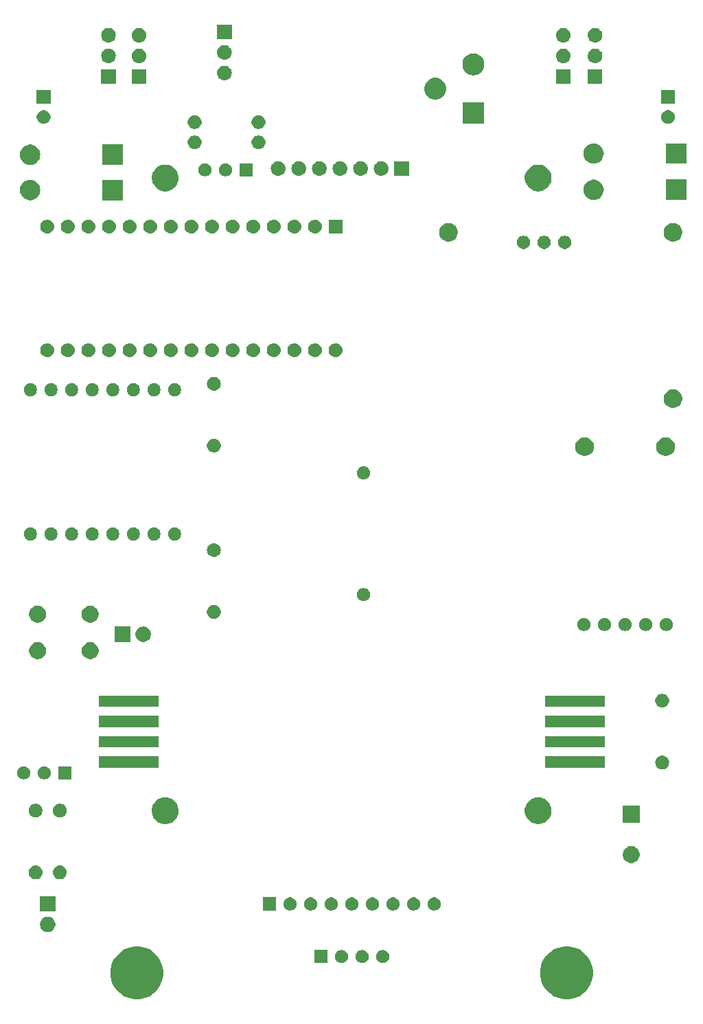
<source format=gbr>
G04 #@! TF.GenerationSoftware,KiCad,Pcbnew,(5.0.1)-3*
G04 #@! TF.CreationDate,2019-09-05T16:28:01-04:00*
G04 #@! TF.ProjectId,EMU_Robot,454D555F526F626F742E6B696361645F,rev?*
G04 #@! TF.SameCoordinates,Original*
G04 #@! TF.FileFunction,Soldermask,Top*
G04 #@! TF.FilePolarity,Negative*
%FSLAX46Y46*%
G04 Gerber Fmt 4.6, Leading zero omitted, Abs format (unit mm)*
G04 Created by KiCad (PCBNEW (5.0.1)-3) date 9/5/2019 4:28:01 PM*
%MOMM*%
%LPD*%
G01*
G04 APERTURE LIST*
%ADD10C,0.100000*%
G04 APERTURE END LIST*
D10*
G36*
X70134239Y-201811467D02*
X70448282Y-201873934D01*
X71039926Y-202119001D01*
X71413330Y-202368502D01*
X71572395Y-202474786D01*
X72025214Y-202927605D01*
X72025216Y-202927608D01*
X72380999Y-203460074D01*
X72626066Y-204051718D01*
X72751000Y-204679804D01*
X72751000Y-205320196D01*
X72626066Y-205948282D01*
X72380999Y-206539926D01*
X72027615Y-207068802D01*
X72025214Y-207072395D01*
X71572395Y-207525214D01*
X71572392Y-207525216D01*
X71039926Y-207880999D01*
X70448282Y-208126066D01*
X70134239Y-208188533D01*
X69820197Y-208251000D01*
X69179803Y-208251000D01*
X68865761Y-208188533D01*
X68551718Y-208126066D01*
X67960074Y-207880999D01*
X67427608Y-207525216D01*
X67427605Y-207525214D01*
X66974786Y-207072395D01*
X66972385Y-207068802D01*
X66619001Y-206539926D01*
X66373934Y-205948282D01*
X66249000Y-205320196D01*
X66249000Y-204679804D01*
X66373934Y-204051718D01*
X66619001Y-203460074D01*
X66974784Y-202927608D01*
X66974786Y-202927605D01*
X67427605Y-202474786D01*
X67586670Y-202368502D01*
X67960074Y-202119001D01*
X68551718Y-201873934D01*
X68865761Y-201811467D01*
X69179803Y-201749000D01*
X69820197Y-201749000D01*
X70134239Y-201811467D01*
X70134239Y-201811467D01*
G37*
G36*
X17134239Y-201811467D02*
X17448282Y-201873934D01*
X18039926Y-202119001D01*
X18413330Y-202368502D01*
X18572395Y-202474786D01*
X19025214Y-202927605D01*
X19025216Y-202927608D01*
X19380999Y-203460074D01*
X19626066Y-204051718D01*
X19751000Y-204679804D01*
X19751000Y-205320196D01*
X19626066Y-205948282D01*
X19380999Y-206539926D01*
X19027615Y-207068802D01*
X19025214Y-207072395D01*
X18572395Y-207525214D01*
X18572392Y-207525216D01*
X18039926Y-207880999D01*
X17448282Y-208126066D01*
X17134239Y-208188533D01*
X16820197Y-208251000D01*
X16179803Y-208251000D01*
X15865761Y-208188533D01*
X15551718Y-208126066D01*
X14960074Y-207880999D01*
X14427608Y-207525216D01*
X14427605Y-207525214D01*
X13974786Y-207072395D01*
X13972385Y-207068802D01*
X13619001Y-206539926D01*
X13373934Y-205948282D01*
X13249000Y-205320196D01*
X13249000Y-204679804D01*
X13373934Y-204051718D01*
X13619001Y-203460074D01*
X13974784Y-202927608D01*
X13974786Y-202927605D01*
X14427605Y-202474786D01*
X14586670Y-202368502D01*
X14960074Y-202119001D01*
X15551718Y-201873934D01*
X15865761Y-201811467D01*
X16179803Y-201749000D01*
X16820197Y-201749000D01*
X17134239Y-201811467D01*
X17134239Y-201811467D01*
G37*
G36*
X44507142Y-202218242D02*
X44655102Y-202279530D01*
X44788258Y-202368502D01*
X44901498Y-202481742D01*
X44990470Y-202614898D01*
X45051758Y-202762858D01*
X45083000Y-202919925D01*
X45083000Y-203080075D01*
X45051758Y-203237142D01*
X44990470Y-203385102D01*
X44901498Y-203518258D01*
X44788258Y-203631498D01*
X44655102Y-203720470D01*
X44507142Y-203781758D01*
X44350075Y-203813000D01*
X44189925Y-203813000D01*
X44032858Y-203781758D01*
X43884898Y-203720470D01*
X43751742Y-203631498D01*
X43638502Y-203518258D01*
X43549530Y-203385102D01*
X43488242Y-203237142D01*
X43457000Y-203080075D01*
X43457000Y-202919925D01*
X43488242Y-202762858D01*
X43549530Y-202614898D01*
X43638502Y-202481742D01*
X43751742Y-202368502D01*
X43884898Y-202279530D01*
X44032858Y-202218242D01*
X44189925Y-202187000D01*
X44350075Y-202187000D01*
X44507142Y-202218242D01*
X44507142Y-202218242D01*
G37*
G36*
X47047142Y-202218242D02*
X47195102Y-202279530D01*
X47328258Y-202368502D01*
X47441498Y-202481742D01*
X47530470Y-202614898D01*
X47591758Y-202762858D01*
X47623000Y-202919925D01*
X47623000Y-203080075D01*
X47591758Y-203237142D01*
X47530470Y-203385102D01*
X47441498Y-203518258D01*
X47328258Y-203631498D01*
X47195102Y-203720470D01*
X47047142Y-203781758D01*
X46890075Y-203813000D01*
X46729925Y-203813000D01*
X46572858Y-203781758D01*
X46424898Y-203720470D01*
X46291742Y-203631498D01*
X46178502Y-203518258D01*
X46089530Y-203385102D01*
X46028242Y-203237142D01*
X45997000Y-203080075D01*
X45997000Y-202919925D01*
X46028242Y-202762858D01*
X46089530Y-202614898D01*
X46178502Y-202481742D01*
X46291742Y-202368502D01*
X46424898Y-202279530D01*
X46572858Y-202218242D01*
X46729925Y-202187000D01*
X46890075Y-202187000D01*
X47047142Y-202218242D01*
X47047142Y-202218242D01*
G37*
G36*
X40003000Y-203813000D02*
X38377000Y-203813000D01*
X38377000Y-202187000D01*
X40003000Y-202187000D01*
X40003000Y-203813000D01*
X40003000Y-203813000D01*
G37*
G36*
X41967142Y-202218242D02*
X42115102Y-202279530D01*
X42248258Y-202368502D01*
X42361498Y-202481742D01*
X42450470Y-202614898D01*
X42511758Y-202762858D01*
X42543000Y-202919925D01*
X42543000Y-203080075D01*
X42511758Y-203237142D01*
X42450470Y-203385102D01*
X42361498Y-203518258D01*
X42248258Y-203631498D01*
X42115102Y-203720470D01*
X41967142Y-203781758D01*
X41810075Y-203813000D01*
X41649925Y-203813000D01*
X41492858Y-203781758D01*
X41344898Y-203720470D01*
X41211742Y-203631498D01*
X41098502Y-203518258D01*
X41009530Y-203385102D01*
X40948242Y-203237142D01*
X40917000Y-203080075D01*
X40917000Y-202919925D01*
X40948242Y-202762858D01*
X41009530Y-202614898D01*
X41098502Y-202481742D01*
X41211742Y-202368502D01*
X41344898Y-202279530D01*
X41492858Y-202218242D01*
X41649925Y-202187000D01*
X41810075Y-202187000D01*
X41967142Y-202218242D01*
X41967142Y-202218242D01*
G37*
G36*
X5777396Y-198125546D02*
X5950466Y-198197234D01*
X6106230Y-198301312D01*
X6238688Y-198433770D01*
X6342766Y-198589534D01*
X6414454Y-198762604D01*
X6451000Y-198946333D01*
X6451000Y-199133667D01*
X6414454Y-199317396D01*
X6342766Y-199490466D01*
X6238688Y-199646230D01*
X6106230Y-199778688D01*
X5950466Y-199882766D01*
X5777396Y-199954454D01*
X5593667Y-199991000D01*
X5406333Y-199991000D01*
X5222604Y-199954454D01*
X5049534Y-199882766D01*
X4893770Y-199778688D01*
X4761312Y-199646230D01*
X4657234Y-199490466D01*
X4585546Y-199317396D01*
X4549000Y-199133667D01*
X4549000Y-198946333D01*
X4585546Y-198762604D01*
X4657234Y-198589534D01*
X4761312Y-198433770D01*
X4893770Y-198301312D01*
X5049534Y-198197234D01*
X5222604Y-198125546D01*
X5406333Y-198089000D01*
X5593667Y-198089000D01*
X5777396Y-198125546D01*
X5777396Y-198125546D01*
G37*
G36*
X6451000Y-197451000D02*
X4549000Y-197451000D01*
X4549000Y-195549000D01*
X6451000Y-195549000D01*
X6451000Y-197451000D01*
X6451000Y-197451000D01*
G37*
G36*
X35617142Y-195718242D02*
X35765102Y-195779530D01*
X35898258Y-195868502D01*
X36011498Y-195981742D01*
X36100470Y-196114898D01*
X36161758Y-196262858D01*
X36193000Y-196419925D01*
X36193000Y-196580075D01*
X36161758Y-196737142D01*
X36100470Y-196885102D01*
X36011498Y-197018258D01*
X35898258Y-197131498D01*
X35765102Y-197220470D01*
X35617142Y-197281758D01*
X35460075Y-197313000D01*
X35299925Y-197313000D01*
X35142858Y-197281758D01*
X34994898Y-197220470D01*
X34861742Y-197131498D01*
X34748502Y-197018258D01*
X34659530Y-196885102D01*
X34598242Y-196737142D01*
X34567000Y-196580075D01*
X34567000Y-196419925D01*
X34598242Y-196262858D01*
X34659530Y-196114898D01*
X34748502Y-195981742D01*
X34861742Y-195868502D01*
X34994898Y-195779530D01*
X35142858Y-195718242D01*
X35299925Y-195687000D01*
X35460075Y-195687000D01*
X35617142Y-195718242D01*
X35617142Y-195718242D01*
G37*
G36*
X53397142Y-195718242D02*
X53545102Y-195779530D01*
X53678258Y-195868502D01*
X53791498Y-195981742D01*
X53880470Y-196114898D01*
X53941758Y-196262858D01*
X53973000Y-196419925D01*
X53973000Y-196580075D01*
X53941758Y-196737142D01*
X53880470Y-196885102D01*
X53791498Y-197018258D01*
X53678258Y-197131498D01*
X53545102Y-197220470D01*
X53397142Y-197281758D01*
X53240075Y-197313000D01*
X53079925Y-197313000D01*
X52922858Y-197281758D01*
X52774898Y-197220470D01*
X52641742Y-197131498D01*
X52528502Y-197018258D01*
X52439530Y-196885102D01*
X52378242Y-196737142D01*
X52347000Y-196580075D01*
X52347000Y-196419925D01*
X52378242Y-196262858D01*
X52439530Y-196114898D01*
X52528502Y-195981742D01*
X52641742Y-195868502D01*
X52774898Y-195779530D01*
X52922858Y-195718242D01*
X53079925Y-195687000D01*
X53240075Y-195687000D01*
X53397142Y-195718242D01*
X53397142Y-195718242D01*
G37*
G36*
X50857142Y-195718242D02*
X51005102Y-195779530D01*
X51138258Y-195868502D01*
X51251498Y-195981742D01*
X51340470Y-196114898D01*
X51401758Y-196262858D01*
X51433000Y-196419925D01*
X51433000Y-196580075D01*
X51401758Y-196737142D01*
X51340470Y-196885102D01*
X51251498Y-197018258D01*
X51138258Y-197131498D01*
X51005102Y-197220470D01*
X50857142Y-197281758D01*
X50700075Y-197313000D01*
X50539925Y-197313000D01*
X50382858Y-197281758D01*
X50234898Y-197220470D01*
X50101742Y-197131498D01*
X49988502Y-197018258D01*
X49899530Y-196885102D01*
X49838242Y-196737142D01*
X49807000Y-196580075D01*
X49807000Y-196419925D01*
X49838242Y-196262858D01*
X49899530Y-196114898D01*
X49988502Y-195981742D01*
X50101742Y-195868502D01*
X50234898Y-195779530D01*
X50382858Y-195718242D01*
X50539925Y-195687000D01*
X50700075Y-195687000D01*
X50857142Y-195718242D01*
X50857142Y-195718242D01*
G37*
G36*
X48317142Y-195718242D02*
X48465102Y-195779530D01*
X48598258Y-195868502D01*
X48711498Y-195981742D01*
X48800470Y-196114898D01*
X48861758Y-196262858D01*
X48893000Y-196419925D01*
X48893000Y-196580075D01*
X48861758Y-196737142D01*
X48800470Y-196885102D01*
X48711498Y-197018258D01*
X48598258Y-197131498D01*
X48465102Y-197220470D01*
X48317142Y-197281758D01*
X48160075Y-197313000D01*
X47999925Y-197313000D01*
X47842858Y-197281758D01*
X47694898Y-197220470D01*
X47561742Y-197131498D01*
X47448502Y-197018258D01*
X47359530Y-196885102D01*
X47298242Y-196737142D01*
X47267000Y-196580075D01*
X47267000Y-196419925D01*
X47298242Y-196262858D01*
X47359530Y-196114898D01*
X47448502Y-195981742D01*
X47561742Y-195868502D01*
X47694898Y-195779530D01*
X47842858Y-195718242D01*
X47999925Y-195687000D01*
X48160075Y-195687000D01*
X48317142Y-195718242D01*
X48317142Y-195718242D01*
G37*
G36*
X45777142Y-195718242D02*
X45925102Y-195779530D01*
X46058258Y-195868502D01*
X46171498Y-195981742D01*
X46260470Y-196114898D01*
X46321758Y-196262858D01*
X46353000Y-196419925D01*
X46353000Y-196580075D01*
X46321758Y-196737142D01*
X46260470Y-196885102D01*
X46171498Y-197018258D01*
X46058258Y-197131498D01*
X45925102Y-197220470D01*
X45777142Y-197281758D01*
X45620075Y-197313000D01*
X45459925Y-197313000D01*
X45302858Y-197281758D01*
X45154898Y-197220470D01*
X45021742Y-197131498D01*
X44908502Y-197018258D01*
X44819530Y-196885102D01*
X44758242Y-196737142D01*
X44727000Y-196580075D01*
X44727000Y-196419925D01*
X44758242Y-196262858D01*
X44819530Y-196114898D01*
X44908502Y-195981742D01*
X45021742Y-195868502D01*
X45154898Y-195779530D01*
X45302858Y-195718242D01*
X45459925Y-195687000D01*
X45620075Y-195687000D01*
X45777142Y-195718242D01*
X45777142Y-195718242D01*
G37*
G36*
X43237142Y-195718242D02*
X43385102Y-195779530D01*
X43518258Y-195868502D01*
X43631498Y-195981742D01*
X43720470Y-196114898D01*
X43781758Y-196262858D01*
X43813000Y-196419925D01*
X43813000Y-196580075D01*
X43781758Y-196737142D01*
X43720470Y-196885102D01*
X43631498Y-197018258D01*
X43518258Y-197131498D01*
X43385102Y-197220470D01*
X43237142Y-197281758D01*
X43080075Y-197313000D01*
X42919925Y-197313000D01*
X42762858Y-197281758D01*
X42614898Y-197220470D01*
X42481742Y-197131498D01*
X42368502Y-197018258D01*
X42279530Y-196885102D01*
X42218242Y-196737142D01*
X42187000Y-196580075D01*
X42187000Y-196419925D01*
X42218242Y-196262858D01*
X42279530Y-196114898D01*
X42368502Y-195981742D01*
X42481742Y-195868502D01*
X42614898Y-195779530D01*
X42762858Y-195718242D01*
X42919925Y-195687000D01*
X43080075Y-195687000D01*
X43237142Y-195718242D01*
X43237142Y-195718242D01*
G37*
G36*
X40697142Y-195718242D02*
X40845102Y-195779530D01*
X40978258Y-195868502D01*
X41091498Y-195981742D01*
X41180470Y-196114898D01*
X41241758Y-196262858D01*
X41273000Y-196419925D01*
X41273000Y-196580075D01*
X41241758Y-196737142D01*
X41180470Y-196885102D01*
X41091498Y-197018258D01*
X40978258Y-197131498D01*
X40845102Y-197220470D01*
X40697142Y-197281758D01*
X40540075Y-197313000D01*
X40379925Y-197313000D01*
X40222858Y-197281758D01*
X40074898Y-197220470D01*
X39941742Y-197131498D01*
X39828502Y-197018258D01*
X39739530Y-196885102D01*
X39678242Y-196737142D01*
X39647000Y-196580075D01*
X39647000Y-196419925D01*
X39678242Y-196262858D01*
X39739530Y-196114898D01*
X39828502Y-195981742D01*
X39941742Y-195868502D01*
X40074898Y-195779530D01*
X40222858Y-195718242D01*
X40379925Y-195687000D01*
X40540075Y-195687000D01*
X40697142Y-195718242D01*
X40697142Y-195718242D01*
G37*
G36*
X38157142Y-195718242D02*
X38305102Y-195779530D01*
X38438258Y-195868502D01*
X38551498Y-195981742D01*
X38640470Y-196114898D01*
X38701758Y-196262858D01*
X38733000Y-196419925D01*
X38733000Y-196580075D01*
X38701758Y-196737142D01*
X38640470Y-196885102D01*
X38551498Y-197018258D01*
X38438258Y-197131498D01*
X38305102Y-197220470D01*
X38157142Y-197281758D01*
X38000075Y-197313000D01*
X37839925Y-197313000D01*
X37682858Y-197281758D01*
X37534898Y-197220470D01*
X37401742Y-197131498D01*
X37288502Y-197018258D01*
X37199530Y-196885102D01*
X37138242Y-196737142D01*
X37107000Y-196580075D01*
X37107000Y-196419925D01*
X37138242Y-196262858D01*
X37199530Y-196114898D01*
X37288502Y-195981742D01*
X37401742Y-195868502D01*
X37534898Y-195779530D01*
X37682858Y-195718242D01*
X37839925Y-195687000D01*
X38000075Y-195687000D01*
X38157142Y-195718242D01*
X38157142Y-195718242D01*
G37*
G36*
X33653000Y-197313000D02*
X32027000Y-197313000D01*
X32027000Y-195687000D01*
X33653000Y-195687000D01*
X33653000Y-197313000D01*
X33653000Y-197313000D01*
G37*
G36*
X7166821Y-191781313D02*
X7166824Y-191781314D01*
X7166825Y-191781314D01*
X7327239Y-191829975D01*
X7327241Y-191829976D01*
X7327244Y-191829977D01*
X7475078Y-191908995D01*
X7604659Y-192015341D01*
X7711005Y-192144922D01*
X7790023Y-192292756D01*
X7838687Y-192453179D01*
X7855117Y-192620000D01*
X7838687Y-192786821D01*
X7790023Y-192947244D01*
X7711005Y-193095078D01*
X7604659Y-193224659D01*
X7475078Y-193331005D01*
X7327244Y-193410023D01*
X7327241Y-193410024D01*
X7327239Y-193410025D01*
X7166825Y-193458686D01*
X7166824Y-193458686D01*
X7166821Y-193458687D01*
X7041804Y-193471000D01*
X6958196Y-193471000D01*
X6833179Y-193458687D01*
X6833176Y-193458686D01*
X6833175Y-193458686D01*
X6672761Y-193410025D01*
X6672759Y-193410024D01*
X6672756Y-193410023D01*
X6524922Y-193331005D01*
X6395341Y-193224659D01*
X6288995Y-193095078D01*
X6209977Y-192947244D01*
X6161313Y-192786821D01*
X6144883Y-192620000D01*
X6161313Y-192453179D01*
X6209977Y-192292756D01*
X6288995Y-192144922D01*
X6395341Y-192015341D01*
X6524922Y-191908995D01*
X6672756Y-191829977D01*
X6672759Y-191829976D01*
X6672761Y-191829975D01*
X6833175Y-191781314D01*
X6833176Y-191781314D01*
X6833179Y-191781313D01*
X6958196Y-191769000D01*
X7041804Y-191769000D01*
X7166821Y-191781313D01*
X7166821Y-191781313D01*
G37*
G36*
X4166821Y-191781313D02*
X4166824Y-191781314D01*
X4166825Y-191781314D01*
X4327239Y-191829975D01*
X4327241Y-191829976D01*
X4327244Y-191829977D01*
X4475078Y-191908995D01*
X4604659Y-192015341D01*
X4711005Y-192144922D01*
X4790023Y-192292756D01*
X4838687Y-192453179D01*
X4855117Y-192620000D01*
X4838687Y-192786821D01*
X4790023Y-192947244D01*
X4711005Y-193095078D01*
X4604659Y-193224659D01*
X4475078Y-193331005D01*
X4327244Y-193410023D01*
X4327241Y-193410024D01*
X4327239Y-193410025D01*
X4166825Y-193458686D01*
X4166824Y-193458686D01*
X4166821Y-193458687D01*
X4041804Y-193471000D01*
X3958196Y-193471000D01*
X3833179Y-193458687D01*
X3833176Y-193458686D01*
X3833175Y-193458686D01*
X3672761Y-193410025D01*
X3672759Y-193410024D01*
X3672756Y-193410023D01*
X3524922Y-193331005D01*
X3395341Y-193224659D01*
X3288995Y-193095078D01*
X3209977Y-192947244D01*
X3161313Y-192786821D01*
X3144883Y-192620000D01*
X3161313Y-192453179D01*
X3209977Y-192292756D01*
X3288995Y-192144922D01*
X3395341Y-192015341D01*
X3524922Y-191908995D01*
X3672756Y-191829977D01*
X3672759Y-191829976D01*
X3672761Y-191829975D01*
X3833175Y-191781314D01*
X3833176Y-191781314D01*
X3833179Y-191781313D01*
X3958196Y-191769000D01*
X4041804Y-191769000D01*
X4166821Y-191781313D01*
X4166821Y-191781313D01*
G37*
G36*
X77776565Y-189409389D02*
X77967834Y-189488615D01*
X78139976Y-189603637D01*
X78286363Y-189750024D01*
X78401385Y-189922166D01*
X78480611Y-190113435D01*
X78521000Y-190316484D01*
X78521000Y-190523516D01*
X78480611Y-190726565D01*
X78401385Y-190917834D01*
X78286363Y-191089976D01*
X78139976Y-191236363D01*
X77967834Y-191351385D01*
X77776565Y-191430611D01*
X77573516Y-191471000D01*
X77366484Y-191471000D01*
X77163435Y-191430611D01*
X76972166Y-191351385D01*
X76800024Y-191236363D01*
X76653637Y-191089976D01*
X76538615Y-190917834D01*
X76459389Y-190726565D01*
X76419000Y-190523516D01*
X76419000Y-190316484D01*
X76459389Y-190113435D01*
X76538615Y-189922166D01*
X76653637Y-189750024D01*
X76800024Y-189603637D01*
X76972166Y-189488615D01*
X77163435Y-189409389D01*
X77366484Y-189369000D01*
X77573516Y-189369000D01*
X77776565Y-189409389D01*
X77776565Y-189409389D01*
G37*
G36*
X20375256Y-183391298D02*
X20481579Y-183412447D01*
X20782042Y-183536903D01*
X21048852Y-183715180D01*
X21052454Y-183717587D01*
X21282413Y-183947546D01*
X21282415Y-183947549D01*
X21463097Y-184217958D01*
X21562327Y-184457519D01*
X21587553Y-184518422D01*
X21651000Y-184837389D01*
X21651000Y-185162611D01*
X21608702Y-185375256D01*
X21587553Y-185481579D01*
X21463097Y-185782042D01*
X21284820Y-186048852D01*
X21282413Y-186052454D01*
X21052454Y-186282413D01*
X21052451Y-186282415D01*
X20782042Y-186463097D01*
X20782041Y-186463098D01*
X20782040Y-186463098D01*
X20694037Y-186499550D01*
X20481579Y-186587553D01*
X20375256Y-186608702D01*
X20162611Y-186651000D01*
X19837389Y-186651000D01*
X19624744Y-186608702D01*
X19518421Y-186587553D01*
X19305963Y-186499550D01*
X19217960Y-186463098D01*
X19217959Y-186463098D01*
X19217958Y-186463097D01*
X18947549Y-186282415D01*
X18947546Y-186282413D01*
X18717587Y-186052454D01*
X18715180Y-186048852D01*
X18536903Y-185782042D01*
X18412447Y-185481579D01*
X18391298Y-185375256D01*
X18349000Y-185162611D01*
X18349000Y-184837389D01*
X18412447Y-184518422D01*
X18437674Y-184457519D01*
X18536903Y-184217958D01*
X18717585Y-183947549D01*
X18717587Y-183947546D01*
X18947546Y-183717587D01*
X18951148Y-183715180D01*
X19217958Y-183536903D01*
X19518421Y-183412447D01*
X19624744Y-183391298D01*
X19837389Y-183349000D01*
X20162611Y-183349000D01*
X20375256Y-183391298D01*
X20375256Y-183391298D01*
G37*
G36*
X66375256Y-183391298D02*
X66481579Y-183412447D01*
X66782042Y-183536903D01*
X67048852Y-183715180D01*
X67052454Y-183717587D01*
X67282413Y-183947546D01*
X67282415Y-183947549D01*
X67463097Y-184217958D01*
X67562327Y-184457519D01*
X67587553Y-184518422D01*
X67651000Y-184837389D01*
X67651000Y-185162611D01*
X67608702Y-185375256D01*
X67587553Y-185481579D01*
X67463097Y-185782042D01*
X67284820Y-186048852D01*
X67282413Y-186052454D01*
X67052454Y-186282413D01*
X67052451Y-186282415D01*
X66782042Y-186463097D01*
X66782041Y-186463098D01*
X66782040Y-186463098D01*
X66694037Y-186499550D01*
X66481579Y-186587553D01*
X66375256Y-186608702D01*
X66162611Y-186651000D01*
X65837389Y-186651000D01*
X65624744Y-186608702D01*
X65518421Y-186587553D01*
X65305963Y-186499550D01*
X65217960Y-186463098D01*
X65217959Y-186463098D01*
X65217958Y-186463097D01*
X64947549Y-186282415D01*
X64947546Y-186282413D01*
X64717587Y-186052454D01*
X64715180Y-186048852D01*
X64536903Y-185782042D01*
X64412447Y-185481579D01*
X64391298Y-185375256D01*
X64349000Y-185162611D01*
X64349000Y-184837389D01*
X64412447Y-184518422D01*
X64437674Y-184457519D01*
X64536903Y-184217958D01*
X64717585Y-183947549D01*
X64717587Y-183947546D01*
X64947546Y-183717587D01*
X64951148Y-183715180D01*
X65217958Y-183536903D01*
X65518421Y-183412447D01*
X65624744Y-183391298D01*
X65837389Y-183349000D01*
X66162611Y-183349000D01*
X66375256Y-183391298D01*
X66375256Y-183391298D01*
G37*
G36*
X78521000Y-186471000D02*
X76419000Y-186471000D01*
X76419000Y-184369000D01*
X78521000Y-184369000D01*
X78521000Y-186471000D01*
X78521000Y-186471000D01*
G37*
G36*
X7248228Y-184181703D02*
X7403100Y-184245853D01*
X7542481Y-184338985D01*
X7661015Y-184457519D01*
X7754147Y-184596900D01*
X7818297Y-184751772D01*
X7851000Y-184916184D01*
X7851000Y-185083816D01*
X7818297Y-185248228D01*
X7754147Y-185403100D01*
X7661015Y-185542481D01*
X7542481Y-185661015D01*
X7403100Y-185754147D01*
X7248228Y-185818297D01*
X7083816Y-185851000D01*
X6916184Y-185851000D01*
X6751772Y-185818297D01*
X6596900Y-185754147D01*
X6457519Y-185661015D01*
X6338985Y-185542481D01*
X6245853Y-185403100D01*
X6181703Y-185248228D01*
X6149000Y-185083816D01*
X6149000Y-184916184D01*
X6181703Y-184751772D01*
X6245853Y-184596900D01*
X6338985Y-184457519D01*
X6457519Y-184338985D01*
X6596900Y-184245853D01*
X6751772Y-184181703D01*
X6916184Y-184149000D01*
X7083816Y-184149000D01*
X7248228Y-184181703D01*
X7248228Y-184181703D01*
G37*
G36*
X4248228Y-184181703D02*
X4403100Y-184245853D01*
X4542481Y-184338985D01*
X4661015Y-184457519D01*
X4754147Y-184596900D01*
X4818297Y-184751772D01*
X4851000Y-184916184D01*
X4851000Y-185083816D01*
X4818297Y-185248228D01*
X4754147Y-185403100D01*
X4661015Y-185542481D01*
X4542481Y-185661015D01*
X4403100Y-185754147D01*
X4248228Y-185818297D01*
X4083816Y-185851000D01*
X3916184Y-185851000D01*
X3751772Y-185818297D01*
X3596900Y-185754147D01*
X3457519Y-185661015D01*
X3338985Y-185542481D01*
X3245853Y-185403100D01*
X3181703Y-185248228D01*
X3149000Y-185083816D01*
X3149000Y-184916184D01*
X3181703Y-184751772D01*
X3245853Y-184596900D01*
X3338985Y-184457519D01*
X3457519Y-184338985D01*
X3596900Y-184245853D01*
X3751772Y-184181703D01*
X3916184Y-184149000D01*
X4083816Y-184149000D01*
X4248228Y-184181703D01*
X4248228Y-184181703D01*
G37*
G36*
X2773643Y-179569781D02*
X2919415Y-179630162D01*
X3050611Y-179717824D01*
X3162176Y-179829389D01*
X3249838Y-179960585D01*
X3310219Y-180106357D01*
X3341000Y-180261107D01*
X3341000Y-180418893D01*
X3310219Y-180573643D01*
X3249838Y-180719415D01*
X3162176Y-180850611D01*
X3050611Y-180962176D01*
X2919415Y-181049838D01*
X2773643Y-181110219D01*
X2618893Y-181141000D01*
X2461107Y-181141000D01*
X2306357Y-181110219D01*
X2160585Y-181049838D01*
X2029389Y-180962176D01*
X1917824Y-180850611D01*
X1830162Y-180719415D01*
X1769781Y-180573643D01*
X1739000Y-180418893D01*
X1739000Y-180261107D01*
X1769781Y-180106357D01*
X1830162Y-179960585D01*
X1917824Y-179829389D01*
X2029389Y-179717824D01*
X2160585Y-179630162D01*
X2306357Y-179569781D01*
X2461107Y-179539000D01*
X2618893Y-179539000D01*
X2773643Y-179569781D01*
X2773643Y-179569781D01*
G37*
G36*
X5313643Y-179569781D02*
X5459415Y-179630162D01*
X5590611Y-179717824D01*
X5702176Y-179829389D01*
X5789838Y-179960585D01*
X5850219Y-180106357D01*
X5881000Y-180261107D01*
X5881000Y-180418893D01*
X5850219Y-180573643D01*
X5789838Y-180719415D01*
X5702176Y-180850611D01*
X5590611Y-180962176D01*
X5459415Y-181049838D01*
X5313643Y-181110219D01*
X5158893Y-181141000D01*
X5001107Y-181141000D01*
X4846357Y-181110219D01*
X4700585Y-181049838D01*
X4569389Y-180962176D01*
X4457824Y-180850611D01*
X4370162Y-180719415D01*
X4309781Y-180573643D01*
X4279000Y-180418893D01*
X4279000Y-180261107D01*
X4309781Y-180106357D01*
X4370162Y-179960585D01*
X4457824Y-179829389D01*
X4569389Y-179717824D01*
X4700585Y-179630162D01*
X4846357Y-179569781D01*
X5001107Y-179539000D01*
X5158893Y-179539000D01*
X5313643Y-179569781D01*
X5313643Y-179569781D01*
G37*
G36*
X8421000Y-181141000D02*
X6819000Y-181141000D01*
X6819000Y-179539000D01*
X8421000Y-179539000D01*
X8421000Y-181141000D01*
X8421000Y-181141000D01*
G37*
G36*
X81446821Y-178231313D02*
X81446824Y-178231314D01*
X81446825Y-178231314D01*
X81607239Y-178279975D01*
X81607241Y-178279976D01*
X81607244Y-178279977D01*
X81755078Y-178358995D01*
X81884659Y-178465341D01*
X81991005Y-178594922D01*
X82070023Y-178742756D01*
X82118687Y-178903179D01*
X82135117Y-179070000D01*
X82118687Y-179236821D01*
X82070023Y-179397244D01*
X81991005Y-179545078D01*
X81884659Y-179674659D01*
X81755078Y-179781005D01*
X81607244Y-179860023D01*
X81607241Y-179860024D01*
X81607239Y-179860025D01*
X81446825Y-179908686D01*
X81446824Y-179908686D01*
X81446821Y-179908687D01*
X81321804Y-179921000D01*
X81238196Y-179921000D01*
X81113179Y-179908687D01*
X81113176Y-179908686D01*
X81113175Y-179908686D01*
X80952761Y-179860025D01*
X80952759Y-179860024D01*
X80952756Y-179860023D01*
X80804922Y-179781005D01*
X80675341Y-179674659D01*
X80568995Y-179545078D01*
X80489977Y-179397244D01*
X80441313Y-179236821D01*
X80424883Y-179070000D01*
X80441313Y-178903179D01*
X80489977Y-178742756D01*
X80568995Y-178594922D01*
X80675341Y-178465341D01*
X80804922Y-178358995D01*
X80952756Y-178279977D01*
X80952759Y-178279976D01*
X80952761Y-178279975D01*
X81113175Y-178231314D01*
X81113176Y-178231314D01*
X81113179Y-178231313D01*
X81238196Y-178219000D01*
X81321804Y-178219000D01*
X81446821Y-178231313D01*
X81446821Y-178231313D01*
G37*
G36*
X74176000Y-179711000D02*
X66824000Y-179711000D01*
X66824000Y-178309000D01*
X74176000Y-178309000D01*
X74176000Y-179711000D01*
X74176000Y-179711000D01*
G37*
G36*
X19176000Y-179711000D02*
X11824000Y-179711000D01*
X11824000Y-178309000D01*
X19176000Y-178309000D01*
X19176000Y-179711000D01*
X19176000Y-179711000D01*
G37*
G36*
X74176000Y-177211000D02*
X66824000Y-177211000D01*
X66824000Y-175809000D01*
X74176000Y-175809000D01*
X74176000Y-177211000D01*
X74176000Y-177211000D01*
G37*
G36*
X19176000Y-177211000D02*
X11824000Y-177211000D01*
X11824000Y-175809000D01*
X19176000Y-175809000D01*
X19176000Y-177211000D01*
X19176000Y-177211000D01*
G37*
G36*
X19176000Y-174711000D02*
X11824000Y-174711000D01*
X11824000Y-173309000D01*
X19176000Y-173309000D01*
X19176000Y-174711000D01*
X19176000Y-174711000D01*
G37*
G36*
X74176000Y-174711000D02*
X66824000Y-174711000D01*
X66824000Y-173309000D01*
X74176000Y-173309000D01*
X74176000Y-174711000D01*
X74176000Y-174711000D01*
G37*
G36*
X81528228Y-170631703D02*
X81683100Y-170695853D01*
X81822481Y-170788985D01*
X81941015Y-170907519D01*
X82034147Y-171046900D01*
X82098297Y-171201772D01*
X82131000Y-171366184D01*
X82131000Y-171533816D01*
X82098297Y-171698228D01*
X82034147Y-171853100D01*
X81941015Y-171992481D01*
X81822481Y-172111015D01*
X81683100Y-172204147D01*
X81528228Y-172268297D01*
X81363816Y-172301000D01*
X81196184Y-172301000D01*
X81031772Y-172268297D01*
X80876900Y-172204147D01*
X80737519Y-172111015D01*
X80618985Y-171992481D01*
X80525853Y-171853100D01*
X80461703Y-171698228D01*
X80429000Y-171533816D01*
X80429000Y-171366184D01*
X80461703Y-171201772D01*
X80525853Y-171046900D01*
X80618985Y-170907519D01*
X80737519Y-170788985D01*
X80876900Y-170695853D01*
X81031772Y-170631703D01*
X81196184Y-170599000D01*
X81363816Y-170599000D01*
X81528228Y-170631703D01*
X81528228Y-170631703D01*
G37*
G36*
X19176000Y-172211000D02*
X11824000Y-172211000D01*
X11824000Y-170809000D01*
X19176000Y-170809000D01*
X19176000Y-172211000D01*
X19176000Y-172211000D01*
G37*
G36*
X74176000Y-172211000D02*
X66824000Y-172211000D01*
X66824000Y-170809000D01*
X74176000Y-170809000D01*
X74176000Y-172211000D01*
X74176000Y-172211000D01*
G37*
G36*
X4556565Y-164274390D02*
X4747834Y-164353616D01*
X4919976Y-164468638D01*
X5066363Y-164615025D01*
X5181385Y-164787167D01*
X5260611Y-164978436D01*
X5301000Y-165181485D01*
X5301000Y-165388517D01*
X5260611Y-165591566D01*
X5181385Y-165782835D01*
X5066363Y-165954977D01*
X4919976Y-166101364D01*
X4747834Y-166216386D01*
X4556565Y-166295612D01*
X4353516Y-166336001D01*
X4146484Y-166336001D01*
X3943435Y-166295612D01*
X3752166Y-166216386D01*
X3580024Y-166101364D01*
X3433637Y-165954977D01*
X3318615Y-165782835D01*
X3239389Y-165591566D01*
X3199000Y-165388517D01*
X3199000Y-165181485D01*
X3239389Y-164978436D01*
X3318615Y-164787167D01*
X3433637Y-164615025D01*
X3580024Y-164468638D01*
X3752166Y-164353616D01*
X3943435Y-164274390D01*
X4146484Y-164234001D01*
X4353516Y-164234001D01*
X4556565Y-164274390D01*
X4556565Y-164274390D01*
G37*
G36*
X11056565Y-164274390D02*
X11247834Y-164353616D01*
X11419976Y-164468638D01*
X11566363Y-164615025D01*
X11681385Y-164787167D01*
X11760611Y-164978436D01*
X11801000Y-165181485D01*
X11801000Y-165388517D01*
X11760611Y-165591566D01*
X11681385Y-165782835D01*
X11566363Y-165954977D01*
X11419976Y-166101364D01*
X11247834Y-166216386D01*
X11056565Y-166295612D01*
X10853516Y-166336001D01*
X10646484Y-166336001D01*
X10443435Y-166295612D01*
X10252166Y-166216386D01*
X10080024Y-166101364D01*
X9933637Y-165954977D01*
X9818615Y-165782835D01*
X9739389Y-165591566D01*
X9699000Y-165388517D01*
X9699000Y-165181485D01*
X9739389Y-164978436D01*
X9818615Y-164787167D01*
X9933637Y-164615025D01*
X10080024Y-164468638D01*
X10252166Y-164353616D01*
X10443435Y-164274390D01*
X10646484Y-164234001D01*
X10853516Y-164234001D01*
X11056565Y-164274390D01*
X11056565Y-164274390D01*
G37*
G36*
X15701000Y-164201000D02*
X13799000Y-164201000D01*
X13799000Y-162299000D01*
X15701000Y-162299000D01*
X15701000Y-164201000D01*
X15701000Y-164201000D01*
G37*
G36*
X17567396Y-162335546D02*
X17740466Y-162407234D01*
X17896230Y-162511312D01*
X18028688Y-162643770D01*
X18132766Y-162799534D01*
X18204454Y-162972604D01*
X18241000Y-163156333D01*
X18241000Y-163343667D01*
X18204454Y-163527396D01*
X18132766Y-163700466D01*
X18028688Y-163856230D01*
X17896230Y-163988688D01*
X17740466Y-164092766D01*
X17567396Y-164164454D01*
X17383667Y-164201000D01*
X17196333Y-164201000D01*
X17012604Y-164164454D01*
X16839534Y-164092766D01*
X16683770Y-163988688D01*
X16551312Y-163856230D01*
X16447234Y-163700466D01*
X16375546Y-163527396D01*
X16339000Y-163343667D01*
X16339000Y-163156333D01*
X16375546Y-162972604D01*
X16447234Y-162799534D01*
X16551312Y-162643770D01*
X16683770Y-162511312D01*
X16839534Y-162407234D01*
X17012604Y-162335546D01*
X17196333Y-162299000D01*
X17383667Y-162299000D01*
X17567396Y-162335546D01*
X17567396Y-162335546D01*
G37*
G36*
X76945142Y-161270242D02*
X77093102Y-161331530D01*
X77226258Y-161420502D01*
X77339498Y-161533742D01*
X77428470Y-161666898D01*
X77489758Y-161814858D01*
X77521000Y-161971925D01*
X77521000Y-162132075D01*
X77489758Y-162289142D01*
X77428470Y-162437102D01*
X77339498Y-162570258D01*
X77226258Y-162683498D01*
X77093102Y-162772470D01*
X76945142Y-162833758D01*
X76788075Y-162865000D01*
X76627925Y-162865000D01*
X76470858Y-162833758D01*
X76322898Y-162772470D01*
X76189742Y-162683498D01*
X76076502Y-162570258D01*
X75987530Y-162437102D01*
X75926242Y-162289142D01*
X75895000Y-162132075D01*
X75895000Y-161971925D01*
X75926242Y-161814858D01*
X75987530Y-161666898D01*
X76076502Y-161533742D01*
X76189742Y-161420502D01*
X76322898Y-161331530D01*
X76470858Y-161270242D01*
X76627925Y-161239000D01*
X76788075Y-161239000D01*
X76945142Y-161270242D01*
X76945142Y-161270242D01*
G37*
G36*
X71865142Y-161270242D02*
X72013102Y-161331530D01*
X72146258Y-161420502D01*
X72259498Y-161533742D01*
X72348470Y-161666898D01*
X72409758Y-161814858D01*
X72441000Y-161971925D01*
X72441000Y-162132075D01*
X72409758Y-162289142D01*
X72348470Y-162437102D01*
X72259498Y-162570258D01*
X72146258Y-162683498D01*
X72013102Y-162772470D01*
X71865142Y-162833758D01*
X71708075Y-162865000D01*
X71547925Y-162865000D01*
X71390858Y-162833758D01*
X71242898Y-162772470D01*
X71109742Y-162683498D01*
X70996502Y-162570258D01*
X70907530Y-162437102D01*
X70846242Y-162289142D01*
X70815000Y-162132075D01*
X70815000Y-161971925D01*
X70846242Y-161814858D01*
X70907530Y-161666898D01*
X70996502Y-161533742D01*
X71109742Y-161420502D01*
X71242898Y-161331530D01*
X71390858Y-161270242D01*
X71547925Y-161239000D01*
X71708075Y-161239000D01*
X71865142Y-161270242D01*
X71865142Y-161270242D01*
G37*
G36*
X74405142Y-161270242D02*
X74553102Y-161331530D01*
X74686258Y-161420502D01*
X74799498Y-161533742D01*
X74888470Y-161666898D01*
X74949758Y-161814858D01*
X74981000Y-161971925D01*
X74981000Y-162132075D01*
X74949758Y-162289142D01*
X74888470Y-162437102D01*
X74799498Y-162570258D01*
X74686258Y-162683498D01*
X74553102Y-162772470D01*
X74405142Y-162833758D01*
X74248075Y-162865000D01*
X74087925Y-162865000D01*
X73930858Y-162833758D01*
X73782898Y-162772470D01*
X73649742Y-162683498D01*
X73536502Y-162570258D01*
X73447530Y-162437102D01*
X73386242Y-162289142D01*
X73355000Y-162132075D01*
X73355000Y-161971925D01*
X73386242Y-161814858D01*
X73447530Y-161666898D01*
X73536502Y-161533742D01*
X73649742Y-161420502D01*
X73782898Y-161331530D01*
X73930858Y-161270242D01*
X74087925Y-161239000D01*
X74248075Y-161239000D01*
X74405142Y-161270242D01*
X74405142Y-161270242D01*
G37*
G36*
X79485142Y-161270242D02*
X79633102Y-161331530D01*
X79766258Y-161420502D01*
X79879498Y-161533742D01*
X79968470Y-161666898D01*
X80029758Y-161814858D01*
X80061000Y-161971925D01*
X80061000Y-162132075D01*
X80029758Y-162289142D01*
X79968470Y-162437102D01*
X79879498Y-162570258D01*
X79766258Y-162683498D01*
X79633102Y-162772470D01*
X79485142Y-162833758D01*
X79328075Y-162865000D01*
X79167925Y-162865000D01*
X79010858Y-162833758D01*
X78862898Y-162772470D01*
X78729742Y-162683498D01*
X78616502Y-162570258D01*
X78527530Y-162437102D01*
X78466242Y-162289142D01*
X78435000Y-162132075D01*
X78435000Y-161971925D01*
X78466242Y-161814858D01*
X78527530Y-161666898D01*
X78616502Y-161533742D01*
X78729742Y-161420502D01*
X78862898Y-161331530D01*
X79010858Y-161270242D01*
X79167925Y-161239000D01*
X79328075Y-161239000D01*
X79485142Y-161270242D01*
X79485142Y-161270242D01*
G37*
G36*
X82025142Y-161270242D02*
X82173102Y-161331530D01*
X82306258Y-161420502D01*
X82419498Y-161533742D01*
X82508470Y-161666898D01*
X82569758Y-161814858D01*
X82601000Y-161971925D01*
X82601000Y-162132075D01*
X82569758Y-162289142D01*
X82508470Y-162437102D01*
X82419498Y-162570258D01*
X82306258Y-162683498D01*
X82173102Y-162772470D01*
X82025142Y-162833758D01*
X81868075Y-162865000D01*
X81707925Y-162865000D01*
X81550858Y-162833758D01*
X81402898Y-162772470D01*
X81269742Y-162683498D01*
X81156502Y-162570258D01*
X81067530Y-162437102D01*
X81006242Y-162289142D01*
X80975000Y-162132075D01*
X80975000Y-161971925D01*
X81006242Y-161814858D01*
X81067530Y-161666898D01*
X81156502Y-161533742D01*
X81269742Y-161420502D01*
X81402898Y-161331530D01*
X81550858Y-161270242D01*
X81707925Y-161239000D01*
X81868075Y-161239000D01*
X82025142Y-161270242D01*
X82025142Y-161270242D01*
G37*
G36*
X4556565Y-159774390D02*
X4747834Y-159853616D01*
X4919976Y-159968638D01*
X5066363Y-160115025D01*
X5181385Y-160287167D01*
X5260611Y-160478436D01*
X5301000Y-160681485D01*
X5301000Y-160888517D01*
X5260611Y-161091566D01*
X5181385Y-161282835D01*
X5066363Y-161454977D01*
X4919976Y-161601364D01*
X4747834Y-161716386D01*
X4556565Y-161795612D01*
X4353516Y-161836001D01*
X4146484Y-161836001D01*
X3943435Y-161795612D01*
X3752166Y-161716386D01*
X3580024Y-161601364D01*
X3433637Y-161454977D01*
X3318615Y-161282835D01*
X3239389Y-161091566D01*
X3199000Y-160888517D01*
X3199000Y-160681485D01*
X3239389Y-160478436D01*
X3318615Y-160287167D01*
X3433637Y-160115025D01*
X3580024Y-159968638D01*
X3752166Y-159853616D01*
X3943435Y-159774390D01*
X4146484Y-159734001D01*
X4353516Y-159734001D01*
X4556565Y-159774390D01*
X4556565Y-159774390D01*
G37*
G36*
X11056565Y-159774390D02*
X11247834Y-159853616D01*
X11419976Y-159968638D01*
X11566363Y-160115025D01*
X11681385Y-160287167D01*
X11760611Y-160478436D01*
X11801000Y-160681485D01*
X11801000Y-160888517D01*
X11760611Y-161091566D01*
X11681385Y-161282835D01*
X11566363Y-161454977D01*
X11419976Y-161601364D01*
X11247834Y-161716386D01*
X11056565Y-161795612D01*
X10853516Y-161836001D01*
X10646484Y-161836001D01*
X10443435Y-161795612D01*
X10252166Y-161716386D01*
X10080024Y-161601364D01*
X9933637Y-161454977D01*
X9818615Y-161282835D01*
X9739389Y-161091566D01*
X9699000Y-160888517D01*
X9699000Y-160681485D01*
X9739389Y-160478436D01*
X9818615Y-160287167D01*
X9933637Y-160115025D01*
X10080024Y-159968638D01*
X10252166Y-159853616D01*
X10443435Y-159774390D01*
X10646484Y-159734001D01*
X10853516Y-159734001D01*
X11056565Y-159774390D01*
X11056565Y-159774390D01*
G37*
G36*
X26248228Y-159681703D02*
X26403100Y-159745853D01*
X26542481Y-159838985D01*
X26661015Y-159957519D01*
X26754147Y-160096900D01*
X26818297Y-160251772D01*
X26851000Y-160416184D01*
X26851000Y-160583816D01*
X26818297Y-160748228D01*
X26754147Y-160903100D01*
X26661015Y-161042481D01*
X26542481Y-161161015D01*
X26403100Y-161254147D01*
X26248228Y-161318297D01*
X26083816Y-161351000D01*
X25916184Y-161351000D01*
X25751772Y-161318297D01*
X25596900Y-161254147D01*
X25457519Y-161161015D01*
X25338985Y-161042481D01*
X25245853Y-160903100D01*
X25181703Y-160748228D01*
X25149000Y-160583816D01*
X25149000Y-160416184D01*
X25181703Y-160251772D01*
X25245853Y-160096900D01*
X25338985Y-159957519D01*
X25457519Y-159838985D01*
X25596900Y-159745853D01*
X25751772Y-159681703D01*
X25916184Y-159649000D01*
X26083816Y-159649000D01*
X26248228Y-159681703D01*
X26248228Y-159681703D01*
G37*
G36*
X44687142Y-157594242D02*
X44835102Y-157655530D01*
X44968258Y-157744502D01*
X45081498Y-157857742D01*
X45170470Y-157990898D01*
X45231758Y-158138858D01*
X45263000Y-158295925D01*
X45263000Y-158456075D01*
X45231758Y-158613142D01*
X45170470Y-158761102D01*
X45081498Y-158894258D01*
X44968258Y-159007498D01*
X44835102Y-159096470D01*
X44687142Y-159157758D01*
X44530075Y-159189000D01*
X44369925Y-159189000D01*
X44212858Y-159157758D01*
X44064898Y-159096470D01*
X43931742Y-159007498D01*
X43818502Y-158894258D01*
X43729530Y-158761102D01*
X43668242Y-158613142D01*
X43637000Y-158456075D01*
X43637000Y-158295925D01*
X43668242Y-158138858D01*
X43729530Y-157990898D01*
X43818502Y-157857742D01*
X43931742Y-157744502D01*
X44064898Y-157655530D01*
X44212858Y-157594242D01*
X44369925Y-157563000D01*
X44530075Y-157563000D01*
X44687142Y-157594242D01*
X44687142Y-157594242D01*
G37*
G36*
X26166821Y-152041313D02*
X26166824Y-152041314D01*
X26166825Y-152041314D01*
X26327239Y-152089975D01*
X26327241Y-152089976D01*
X26327244Y-152089977D01*
X26475078Y-152168995D01*
X26604659Y-152275341D01*
X26711005Y-152404922D01*
X26790023Y-152552756D01*
X26838687Y-152713179D01*
X26855117Y-152880000D01*
X26838687Y-153046821D01*
X26790023Y-153207244D01*
X26711005Y-153355078D01*
X26604659Y-153484659D01*
X26475078Y-153591005D01*
X26327244Y-153670023D01*
X26327241Y-153670024D01*
X26327239Y-153670025D01*
X26166825Y-153718686D01*
X26166824Y-153718686D01*
X26166821Y-153718687D01*
X26041804Y-153731000D01*
X25958196Y-153731000D01*
X25833179Y-153718687D01*
X25833176Y-153718686D01*
X25833175Y-153718686D01*
X25672761Y-153670025D01*
X25672759Y-153670024D01*
X25672756Y-153670023D01*
X25524922Y-153591005D01*
X25395341Y-153484659D01*
X25288995Y-153355078D01*
X25209977Y-153207244D01*
X25161313Y-153046821D01*
X25144883Y-152880000D01*
X25161313Y-152713179D01*
X25209977Y-152552756D01*
X25288995Y-152404922D01*
X25395341Y-152275341D01*
X25524922Y-152168995D01*
X25672756Y-152089977D01*
X25672759Y-152089976D01*
X25672761Y-152089975D01*
X25833175Y-152041314D01*
X25833176Y-152041314D01*
X25833179Y-152041313D01*
X25958196Y-152029000D01*
X26041804Y-152029000D01*
X26166821Y-152041313D01*
X26166821Y-152041313D01*
G37*
G36*
X18837142Y-150108242D02*
X18985102Y-150169530D01*
X19118258Y-150258502D01*
X19231498Y-150371742D01*
X19320470Y-150504898D01*
X19381758Y-150652858D01*
X19413000Y-150809925D01*
X19413000Y-150970075D01*
X19381758Y-151127142D01*
X19320470Y-151275102D01*
X19231498Y-151408258D01*
X19118258Y-151521498D01*
X18985102Y-151610470D01*
X18837142Y-151671758D01*
X18680075Y-151703000D01*
X18519925Y-151703000D01*
X18362858Y-151671758D01*
X18214898Y-151610470D01*
X18081742Y-151521498D01*
X17968502Y-151408258D01*
X17879530Y-151275102D01*
X17818242Y-151127142D01*
X17787000Y-150970075D01*
X17787000Y-150809925D01*
X17818242Y-150652858D01*
X17879530Y-150504898D01*
X17968502Y-150371742D01*
X18081742Y-150258502D01*
X18214898Y-150169530D01*
X18362858Y-150108242D01*
X18519925Y-150077000D01*
X18680075Y-150077000D01*
X18837142Y-150108242D01*
X18837142Y-150108242D01*
G37*
G36*
X3597142Y-150108242D02*
X3745102Y-150169530D01*
X3878258Y-150258502D01*
X3991498Y-150371742D01*
X4080470Y-150504898D01*
X4141758Y-150652858D01*
X4173000Y-150809925D01*
X4173000Y-150970075D01*
X4141758Y-151127142D01*
X4080470Y-151275102D01*
X3991498Y-151408258D01*
X3878258Y-151521498D01*
X3745102Y-151610470D01*
X3597142Y-151671758D01*
X3440075Y-151703000D01*
X3279925Y-151703000D01*
X3122858Y-151671758D01*
X2974898Y-151610470D01*
X2841742Y-151521498D01*
X2728502Y-151408258D01*
X2639530Y-151275102D01*
X2578242Y-151127142D01*
X2547000Y-150970075D01*
X2547000Y-150809925D01*
X2578242Y-150652858D01*
X2639530Y-150504898D01*
X2728502Y-150371742D01*
X2841742Y-150258502D01*
X2974898Y-150169530D01*
X3122858Y-150108242D01*
X3279925Y-150077000D01*
X3440075Y-150077000D01*
X3597142Y-150108242D01*
X3597142Y-150108242D01*
G37*
G36*
X6137142Y-150108242D02*
X6285102Y-150169530D01*
X6418258Y-150258502D01*
X6531498Y-150371742D01*
X6620470Y-150504898D01*
X6681758Y-150652858D01*
X6713000Y-150809925D01*
X6713000Y-150970075D01*
X6681758Y-151127142D01*
X6620470Y-151275102D01*
X6531498Y-151408258D01*
X6418258Y-151521498D01*
X6285102Y-151610470D01*
X6137142Y-151671758D01*
X5980075Y-151703000D01*
X5819925Y-151703000D01*
X5662858Y-151671758D01*
X5514898Y-151610470D01*
X5381742Y-151521498D01*
X5268502Y-151408258D01*
X5179530Y-151275102D01*
X5118242Y-151127142D01*
X5087000Y-150970075D01*
X5087000Y-150809925D01*
X5118242Y-150652858D01*
X5179530Y-150504898D01*
X5268502Y-150371742D01*
X5381742Y-150258502D01*
X5514898Y-150169530D01*
X5662858Y-150108242D01*
X5819925Y-150077000D01*
X5980075Y-150077000D01*
X6137142Y-150108242D01*
X6137142Y-150108242D01*
G37*
G36*
X8677142Y-150108242D02*
X8825102Y-150169530D01*
X8958258Y-150258502D01*
X9071498Y-150371742D01*
X9160470Y-150504898D01*
X9221758Y-150652858D01*
X9253000Y-150809925D01*
X9253000Y-150970075D01*
X9221758Y-151127142D01*
X9160470Y-151275102D01*
X9071498Y-151408258D01*
X8958258Y-151521498D01*
X8825102Y-151610470D01*
X8677142Y-151671758D01*
X8520075Y-151703000D01*
X8359925Y-151703000D01*
X8202858Y-151671758D01*
X8054898Y-151610470D01*
X7921742Y-151521498D01*
X7808502Y-151408258D01*
X7719530Y-151275102D01*
X7658242Y-151127142D01*
X7627000Y-150970075D01*
X7627000Y-150809925D01*
X7658242Y-150652858D01*
X7719530Y-150504898D01*
X7808502Y-150371742D01*
X7921742Y-150258502D01*
X8054898Y-150169530D01*
X8202858Y-150108242D01*
X8359925Y-150077000D01*
X8520075Y-150077000D01*
X8677142Y-150108242D01*
X8677142Y-150108242D01*
G37*
G36*
X21377142Y-150108242D02*
X21525102Y-150169530D01*
X21658258Y-150258502D01*
X21771498Y-150371742D01*
X21860470Y-150504898D01*
X21921758Y-150652858D01*
X21953000Y-150809925D01*
X21953000Y-150970075D01*
X21921758Y-151127142D01*
X21860470Y-151275102D01*
X21771498Y-151408258D01*
X21658258Y-151521498D01*
X21525102Y-151610470D01*
X21377142Y-151671758D01*
X21220075Y-151703000D01*
X21059925Y-151703000D01*
X20902858Y-151671758D01*
X20754898Y-151610470D01*
X20621742Y-151521498D01*
X20508502Y-151408258D01*
X20419530Y-151275102D01*
X20358242Y-151127142D01*
X20327000Y-150970075D01*
X20327000Y-150809925D01*
X20358242Y-150652858D01*
X20419530Y-150504898D01*
X20508502Y-150371742D01*
X20621742Y-150258502D01*
X20754898Y-150169530D01*
X20902858Y-150108242D01*
X21059925Y-150077000D01*
X21220075Y-150077000D01*
X21377142Y-150108242D01*
X21377142Y-150108242D01*
G37*
G36*
X13757142Y-150108242D02*
X13905102Y-150169530D01*
X14038258Y-150258502D01*
X14151498Y-150371742D01*
X14240470Y-150504898D01*
X14301758Y-150652858D01*
X14333000Y-150809925D01*
X14333000Y-150970075D01*
X14301758Y-151127142D01*
X14240470Y-151275102D01*
X14151498Y-151408258D01*
X14038258Y-151521498D01*
X13905102Y-151610470D01*
X13757142Y-151671758D01*
X13600075Y-151703000D01*
X13439925Y-151703000D01*
X13282858Y-151671758D01*
X13134898Y-151610470D01*
X13001742Y-151521498D01*
X12888502Y-151408258D01*
X12799530Y-151275102D01*
X12738242Y-151127142D01*
X12707000Y-150970075D01*
X12707000Y-150809925D01*
X12738242Y-150652858D01*
X12799530Y-150504898D01*
X12888502Y-150371742D01*
X13001742Y-150258502D01*
X13134898Y-150169530D01*
X13282858Y-150108242D01*
X13439925Y-150077000D01*
X13600075Y-150077000D01*
X13757142Y-150108242D01*
X13757142Y-150108242D01*
G37*
G36*
X16297142Y-150108242D02*
X16445102Y-150169530D01*
X16578258Y-150258502D01*
X16691498Y-150371742D01*
X16780470Y-150504898D01*
X16841758Y-150652858D01*
X16873000Y-150809925D01*
X16873000Y-150970075D01*
X16841758Y-151127142D01*
X16780470Y-151275102D01*
X16691498Y-151408258D01*
X16578258Y-151521498D01*
X16445102Y-151610470D01*
X16297142Y-151671758D01*
X16140075Y-151703000D01*
X15979925Y-151703000D01*
X15822858Y-151671758D01*
X15674898Y-151610470D01*
X15541742Y-151521498D01*
X15428502Y-151408258D01*
X15339530Y-151275102D01*
X15278242Y-151127142D01*
X15247000Y-150970075D01*
X15247000Y-150809925D01*
X15278242Y-150652858D01*
X15339530Y-150504898D01*
X15428502Y-150371742D01*
X15541742Y-150258502D01*
X15674898Y-150169530D01*
X15822858Y-150108242D01*
X15979925Y-150077000D01*
X16140075Y-150077000D01*
X16297142Y-150108242D01*
X16297142Y-150108242D01*
G37*
G36*
X11217142Y-150108242D02*
X11365102Y-150169530D01*
X11498258Y-150258502D01*
X11611498Y-150371742D01*
X11700470Y-150504898D01*
X11761758Y-150652858D01*
X11793000Y-150809925D01*
X11793000Y-150970075D01*
X11761758Y-151127142D01*
X11700470Y-151275102D01*
X11611498Y-151408258D01*
X11498258Y-151521498D01*
X11365102Y-151610470D01*
X11217142Y-151671758D01*
X11060075Y-151703000D01*
X10899925Y-151703000D01*
X10742858Y-151671758D01*
X10594898Y-151610470D01*
X10461742Y-151521498D01*
X10348502Y-151408258D01*
X10259530Y-151275102D01*
X10198242Y-151127142D01*
X10167000Y-150970075D01*
X10167000Y-150809925D01*
X10198242Y-150652858D01*
X10259530Y-150504898D01*
X10348502Y-150371742D01*
X10461742Y-150258502D01*
X10594898Y-150169530D01*
X10742858Y-150108242D01*
X10899925Y-150077000D01*
X11060075Y-150077000D01*
X11217142Y-150108242D01*
X11217142Y-150108242D01*
G37*
G36*
X44687142Y-142594242D02*
X44835102Y-142655530D01*
X44968258Y-142744502D01*
X45081498Y-142857742D01*
X45170470Y-142990898D01*
X45231758Y-143138858D01*
X45263000Y-143295925D01*
X45263000Y-143456075D01*
X45231758Y-143613142D01*
X45170470Y-143761102D01*
X45081498Y-143894258D01*
X44968258Y-144007498D01*
X44835102Y-144096470D01*
X44687142Y-144157758D01*
X44530075Y-144189000D01*
X44369925Y-144189000D01*
X44212858Y-144157758D01*
X44064898Y-144096470D01*
X43931742Y-144007498D01*
X43818502Y-143894258D01*
X43729530Y-143761102D01*
X43668242Y-143613142D01*
X43637000Y-143456075D01*
X43637000Y-143295925D01*
X43668242Y-143138858D01*
X43729530Y-142990898D01*
X43818502Y-142857742D01*
X43931742Y-142744502D01*
X44064898Y-142655530D01*
X44212858Y-142594242D01*
X44369925Y-142563000D01*
X44530075Y-142563000D01*
X44687142Y-142594242D01*
X44687142Y-142594242D01*
G37*
G36*
X72050734Y-139018233D02*
X72260202Y-139104997D01*
X72448723Y-139230963D01*
X72609038Y-139391278D01*
X72735004Y-139579799D01*
X72821768Y-139789267D01*
X72866000Y-140011636D01*
X72866000Y-140238366D01*
X72821768Y-140460735D01*
X72735004Y-140670203D01*
X72609038Y-140858724D01*
X72448723Y-141019039D01*
X72260202Y-141145005D01*
X72050734Y-141231769D01*
X71828365Y-141276001D01*
X71601635Y-141276001D01*
X71379266Y-141231769D01*
X71169798Y-141145005D01*
X70981277Y-141019039D01*
X70820962Y-140858724D01*
X70694996Y-140670203D01*
X70608232Y-140460735D01*
X70564000Y-140238366D01*
X70564000Y-140011636D01*
X70608232Y-139789267D01*
X70694996Y-139579799D01*
X70820962Y-139391278D01*
X70981277Y-139230963D01*
X71169798Y-139104997D01*
X71379266Y-139018233D01*
X71601635Y-138974001D01*
X71828365Y-138974001D01*
X72050734Y-139018233D01*
X72050734Y-139018233D01*
G37*
G36*
X82045734Y-139013232D02*
X82255202Y-139099996D01*
X82443723Y-139225962D01*
X82604038Y-139386277D01*
X82730004Y-139574798D01*
X82816768Y-139784266D01*
X82861000Y-140006635D01*
X82861000Y-140233365D01*
X82816768Y-140455734D01*
X82730004Y-140665202D01*
X82604038Y-140853723D01*
X82443723Y-141014038D01*
X82255202Y-141140004D01*
X82045734Y-141226768D01*
X81823365Y-141271000D01*
X81596635Y-141271000D01*
X81374266Y-141226768D01*
X81164798Y-141140004D01*
X80976277Y-141014038D01*
X80815962Y-140853723D01*
X80689996Y-140665202D01*
X80603232Y-140455734D01*
X80559000Y-140233365D01*
X80559000Y-140006635D01*
X80603232Y-139784266D01*
X80689996Y-139574798D01*
X80815962Y-139386277D01*
X80976277Y-139225962D01*
X81164798Y-139099996D01*
X81374266Y-139013232D01*
X81596635Y-138969000D01*
X81823365Y-138969000D01*
X82045734Y-139013232D01*
X82045734Y-139013232D01*
G37*
G36*
X26248228Y-139181703D02*
X26403100Y-139245853D01*
X26542481Y-139338985D01*
X26661015Y-139457519D01*
X26754147Y-139596900D01*
X26818297Y-139751772D01*
X26851000Y-139916184D01*
X26851000Y-140083816D01*
X26818297Y-140248228D01*
X26754147Y-140403100D01*
X26661015Y-140542481D01*
X26542481Y-140661015D01*
X26403100Y-140754147D01*
X26248228Y-140818297D01*
X26083816Y-140851000D01*
X25916184Y-140851000D01*
X25751772Y-140818297D01*
X25596900Y-140754147D01*
X25457519Y-140661015D01*
X25338985Y-140542481D01*
X25245853Y-140403100D01*
X25181703Y-140248228D01*
X25149000Y-140083816D01*
X25149000Y-139916184D01*
X25181703Y-139751772D01*
X25245853Y-139596900D01*
X25338985Y-139457519D01*
X25457519Y-139338985D01*
X25596900Y-139245853D01*
X25751772Y-139181703D01*
X25916184Y-139149000D01*
X26083816Y-139149000D01*
X26248228Y-139181703D01*
X26248228Y-139181703D01*
G37*
G36*
X82965734Y-133093232D02*
X83175202Y-133179996D01*
X83363723Y-133305962D01*
X83524038Y-133466277D01*
X83650004Y-133654798D01*
X83736768Y-133864266D01*
X83781000Y-134086635D01*
X83781000Y-134313365D01*
X83736768Y-134535734D01*
X83650004Y-134745202D01*
X83524038Y-134933723D01*
X83363723Y-135094038D01*
X83175202Y-135220004D01*
X82965734Y-135306768D01*
X82743365Y-135351000D01*
X82516635Y-135351000D01*
X82294266Y-135306768D01*
X82084798Y-135220004D01*
X81896277Y-135094038D01*
X81735962Y-134933723D01*
X81609996Y-134745202D01*
X81523232Y-134535734D01*
X81479000Y-134313365D01*
X81479000Y-134086635D01*
X81523232Y-133864266D01*
X81609996Y-133654798D01*
X81735962Y-133466277D01*
X81896277Y-133305962D01*
X82084798Y-133179996D01*
X82294266Y-133093232D01*
X82516635Y-133049000D01*
X82743365Y-133049000D01*
X82965734Y-133093232D01*
X82965734Y-133093232D01*
G37*
G36*
X6137142Y-132328242D02*
X6285102Y-132389530D01*
X6418258Y-132478502D01*
X6531498Y-132591742D01*
X6620470Y-132724898D01*
X6681758Y-132872858D01*
X6713000Y-133029925D01*
X6713000Y-133190075D01*
X6681758Y-133347142D01*
X6620470Y-133495102D01*
X6531498Y-133628258D01*
X6418258Y-133741498D01*
X6285102Y-133830470D01*
X6137142Y-133891758D01*
X5980075Y-133923000D01*
X5819925Y-133923000D01*
X5662858Y-133891758D01*
X5514898Y-133830470D01*
X5381742Y-133741498D01*
X5268502Y-133628258D01*
X5179530Y-133495102D01*
X5118242Y-133347142D01*
X5087000Y-133190075D01*
X5087000Y-133029925D01*
X5118242Y-132872858D01*
X5179530Y-132724898D01*
X5268502Y-132591742D01*
X5381742Y-132478502D01*
X5514898Y-132389530D01*
X5662858Y-132328242D01*
X5819925Y-132297000D01*
X5980075Y-132297000D01*
X6137142Y-132328242D01*
X6137142Y-132328242D01*
G37*
G36*
X3597142Y-132328242D02*
X3745102Y-132389530D01*
X3878258Y-132478502D01*
X3991498Y-132591742D01*
X4080470Y-132724898D01*
X4141758Y-132872858D01*
X4173000Y-133029925D01*
X4173000Y-133190075D01*
X4141758Y-133347142D01*
X4080470Y-133495102D01*
X3991498Y-133628258D01*
X3878258Y-133741498D01*
X3745102Y-133830470D01*
X3597142Y-133891758D01*
X3440075Y-133923000D01*
X3279925Y-133923000D01*
X3122858Y-133891758D01*
X2974898Y-133830470D01*
X2841742Y-133741498D01*
X2728502Y-133628258D01*
X2639530Y-133495102D01*
X2578242Y-133347142D01*
X2547000Y-133190075D01*
X2547000Y-133029925D01*
X2578242Y-132872858D01*
X2639530Y-132724898D01*
X2728502Y-132591742D01*
X2841742Y-132478502D01*
X2974898Y-132389530D01*
X3122858Y-132328242D01*
X3279925Y-132297000D01*
X3440075Y-132297000D01*
X3597142Y-132328242D01*
X3597142Y-132328242D01*
G37*
G36*
X11217142Y-132328242D02*
X11365102Y-132389530D01*
X11498258Y-132478502D01*
X11611498Y-132591742D01*
X11700470Y-132724898D01*
X11761758Y-132872858D01*
X11793000Y-133029925D01*
X11793000Y-133190075D01*
X11761758Y-133347142D01*
X11700470Y-133495102D01*
X11611498Y-133628258D01*
X11498258Y-133741498D01*
X11365102Y-133830470D01*
X11217142Y-133891758D01*
X11060075Y-133923000D01*
X10899925Y-133923000D01*
X10742858Y-133891758D01*
X10594898Y-133830470D01*
X10461742Y-133741498D01*
X10348502Y-133628258D01*
X10259530Y-133495102D01*
X10198242Y-133347142D01*
X10167000Y-133190075D01*
X10167000Y-133029925D01*
X10198242Y-132872858D01*
X10259530Y-132724898D01*
X10348502Y-132591742D01*
X10461742Y-132478502D01*
X10594898Y-132389530D01*
X10742858Y-132328242D01*
X10899925Y-132297000D01*
X11060075Y-132297000D01*
X11217142Y-132328242D01*
X11217142Y-132328242D01*
G37*
G36*
X13757142Y-132328242D02*
X13905102Y-132389530D01*
X14038258Y-132478502D01*
X14151498Y-132591742D01*
X14240470Y-132724898D01*
X14301758Y-132872858D01*
X14333000Y-133029925D01*
X14333000Y-133190075D01*
X14301758Y-133347142D01*
X14240470Y-133495102D01*
X14151498Y-133628258D01*
X14038258Y-133741498D01*
X13905102Y-133830470D01*
X13757142Y-133891758D01*
X13600075Y-133923000D01*
X13439925Y-133923000D01*
X13282858Y-133891758D01*
X13134898Y-133830470D01*
X13001742Y-133741498D01*
X12888502Y-133628258D01*
X12799530Y-133495102D01*
X12738242Y-133347142D01*
X12707000Y-133190075D01*
X12707000Y-133029925D01*
X12738242Y-132872858D01*
X12799530Y-132724898D01*
X12888502Y-132591742D01*
X13001742Y-132478502D01*
X13134898Y-132389530D01*
X13282858Y-132328242D01*
X13439925Y-132297000D01*
X13600075Y-132297000D01*
X13757142Y-132328242D01*
X13757142Y-132328242D01*
G37*
G36*
X16297142Y-132328242D02*
X16445102Y-132389530D01*
X16578258Y-132478502D01*
X16691498Y-132591742D01*
X16780470Y-132724898D01*
X16841758Y-132872858D01*
X16873000Y-133029925D01*
X16873000Y-133190075D01*
X16841758Y-133347142D01*
X16780470Y-133495102D01*
X16691498Y-133628258D01*
X16578258Y-133741498D01*
X16445102Y-133830470D01*
X16297142Y-133891758D01*
X16140075Y-133923000D01*
X15979925Y-133923000D01*
X15822858Y-133891758D01*
X15674898Y-133830470D01*
X15541742Y-133741498D01*
X15428502Y-133628258D01*
X15339530Y-133495102D01*
X15278242Y-133347142D01*
X15247000Y-133190075D01*
X15247000Y-133029925D01*
X15278242Y-132872858D01*
X15339530Y-132724898D01*
X15428502Y-132591742D01*
X15541742Y-132478502D01*
X15674898Y-132389530D01*
X15822858Y-132328242D01*
X15979925Y-132297000D01*
X16140075Y-132297000D01*
X16297142Y-132328242D01*
X16297142Y-132328242D01*
G37*
G36*
X8677142Y-132328242D02*
X8825102Y-132389530D01*
X8958258Y-132478502D01*
X9071498Y-132591742D01*
X9160470Y-132724898D01*
X9221758Y-132872858D01*
X9253000Y-133029925D01*
X9253000Y-133190075D01*
X9221758Y-133347142D01*
X9160470Y-133495102D01*
X9071498Y-133628258D01*
X8958258Y-133741498D01*
X8825102Y-133830470D01*
X8677142Y-133891758D01*
X8520075Y-133923000D01*
X8359925Y-133923000D01*
X8202858Y-133891758D01*
X8054898Y-133830470D01*
X7921742Y-133741498D01*
X7808502Y-133628258D01*
X7719530Y-133495102D01*
X7658242Y-133347142D01*
X7627000Y-133190075D01*
X7627000Y-133029925D01*
X7658242Y-132872858D01*
X7719530Y-132724898D01*
X7808502Y-132591742D01*
X7921742Y-132478502D01*
X8054898Y-132389530D01*
X8202858Y-132328242D01*
X8359925Y-132297000D01*
X8520075Y-132297000D01*
X8677142Y-132328242D01*
X8677142Y-132328242D01*
G37*
G36*
X18837142Y-132328242D02*
X18985102Y-132389530D01*
X19118258Y-132478502D01*
X19231498Y-132591742D01*
X19320470Y-132724898D01*
X19381758Y-132872858D01*
X19413000Y-133029925D01*
X19413000Y-133190075D01*
X19381758Y-133347142D01*
X19320470Y-133495102D01*
X19231498Y-133628258D01*
X19118258Y-133741498D01*
X18985102Y-133830470D01*
X18837142Y-133891758D01*
X18680075Y-133923000D01*
X18519925Y-133923000D01*
X18362858Y-133891758D01*
X18214898Y-133830470D01*
X18081742Y-133741498D01*
X17968502Y-133628258D01*
X17879530Y-133495102D01*
X17818242Y-133347142D01*
X17787000Y-133190075D01*
X17787000Y-133029925D01*
X17818242Y-132872858D01*
X17879530Y-132724898D01*
X17968502Y-132591742D01*
X18081742Y-132478502D01*
X18214898Y-132389530D01*
X18362858Y-132328242D01*
X18519925Y-132297000D01*
X18680075Y-132297000D01*
X18837142Y-132328242D01*
X18837142Y-132328242D01*
G37*
G36*
X21377142Y-132328242D02*
X21525102Y-132389530D01*
X21658258Y-132478502D01*
X21771498Y-132591742D01*
X21860470Y-132724898D01*
X21921758Y-132872858D01*
X21953000Y-133029925D01*
X21953000Y-133190075D01*
X21921758Y-133347142D01*
X21860470Y-133495102D01*
X21771498Y-133628258D01*
X21658258Y-133741498D01*
X21525102Y-133830470D01*
X21377142Y-133891758D01*
X21220075Y-133923000D01*
X21059925Y-133923000D01*
X20902858Y-133891758D01*
X20754898Y-133830470D01*
X20621742Y-133741498D01*
X20508502Y-133628258D01*
X20419530Y-133495102D01*
X20358242Y-133347142D01*
X20327000Y-133190075D01*
X20327000Y-133029925D01*
X20358242Y-132872858D01*
X20419530Y-132724898D01*
X20508502Y-132591742D01*
X20621742Y-132478502D01*
X20754898Y-132389530D01*
X20902858Y-132328242D01*
X21059925Y-132297000D01*
X21220075Y-132297000D01*
X21377142Y-132328242D01*
X21377142Y-132328242D01*
G37*
G36*
X26166821Y-131541313D02*
X26166824Y-131541314D01*
X26166825Y-131541314D01*
X26327239Y-131589975D01*
X26327241Y-131589976D01*
X26327244Y-131589977D01*
X26475078Y-131668995D01*
X26604659Y-131775341D01*
X26711005Y-131904922D01*
X26790023Y-132052756D01*
X26838687Y-132213179D01*
X26855117Y-132380000D01*
X26838687Y-132546821D01*
X26838686Y-132546824D01*
X26838686Y-132546825D01*
X26825061Y-132591742D01*
X26790023Y-132707244D01*
X26711005Y-132855078D01*
X26604659Y-132984659D01*
X26475078Y-133091005D01*
X26327244Y-133170023D01*
X26327241Y-133170024D01*
X26327239Y-133170025D01*
X26166825Y-133218686D01*
X26166824Y-133218686D01*
X26166821Y-133218687D01*
X26041804Y-133231000D01*
X25958196Y-133231000D01*
X25833179Y-133218687D01*
X25833176Y-133218686D01*
X25833175Y-133218686D01*
X25672761Y-133170025D01*
X25672759Y-133170024D01*
X25672756Y-133170023D01*
X25524922Y-133091005D01*
X25395341Y-132984659D01*
X25288995Y-132855078D01*
X25209977Y-132707244D01*
X25174940Y-132591742D01*
X25161314Y-132546825D01*
X25161314Y-132546824D01*
X25161313Y-132546821D01*
X25144883Y-132380000D01*
X25161313Y-132213179D01*
X25209977Y-132052756D01*
X25288995Y-131904922D01*
X25395341Y-131775341D01*
X25524922Y-131668995D01*
X25672756Y-131589977D01*
X25672759Y-131589976D01*
X25672761Y-131589975D01*
X25833175Y-131541314D01*
X25833176Y-131541314D01*
X25833179Y-131541313D01*
X25958196Y-131529000D01*
X26041804Y-131529000D01*
X26166821Y-131541313D01*
X26166821Y-131541313D01*
G37*
G36*
X31006821Y-127401313D02*
X31006824Y-127401314D01*
X31006825Y-127401314D01*
X31167239Y-127449975D01*
X31167241Y-127449976D01*
X31167244Y-127449977D01*
X31315078Y-127528995D01*
X31444659Y-127635341D01*
X31551005Y-127764922D01*
X31630023Y-127912756D01*
X31678687Y-128073179D01*
X31695117Y-128240000D01*
X31678687Y-128406821D01*
X31630023Y-128567244D01*
X31551005Y-128715078D01*
X31444659Y-128844659D01*
X31315078Y-128951005D01*
X31167244Y-129030023D01*
X31167241Y-129030024D01*
X31167239Y-129030025D01*
X31006825Y-129078686D01*
X31006824Y-129078686D01*
X31006821Y-129078687D01*
X30881804Y-129091000D01*
X30798196Y-129091000D01*
X30673179Y-129078687D01*
X30673176Y-129078686D01*
X30673175Y-129078686D01*
X30512761Y-129030025D01*
X30512759Y-129030024D01*
X30512756Y-129030023D01*
X30364922Y-128951005D01*
X30235341Y-128844659D01*
X30128995Y-128715078D01*
X30049977Y-128567244D01*
X30001313Y-128406821D01*
X29984883Y-128240000D01*
X30001313Y-128073179D01*
X30049977Y-127912756D01*
X30128995Y-127764922D01*
X30235341Y-127635341D01*
X30364922Y-127528995D01*
X30512756Y-127449977D01*
X30512759Y-127449976D01*
X30512761Y-127449975D01*
X30673175Y-127401314D01*
X30673176Y-127401314D01*
X30673179Y-127401313D01*
X30798196Y-127389000D01*
X30881804Y-127389000D01*
X31006821Y-127401313D01*
X31006821Y-127401313D01*
G37*
G36*
X33546821Y-127401313D02*
X33546824Y-127401314D01*
X33546825Y-127401314D01*
X33707239Y-127449975D01*
X33707241Y-127449976D01*
X33707244Y-127449977D01*
X33855078Y-127528995D01*
X33984659Y-127635341D01*
X34091005Y-127764922D01*
X34170023Y-127912756D01*
X34218687Y-128073179D01*
X34235117Y-128240000D01*
X34218687Y-128406821D01*
X34170023Y-128567244D01*
X34091005Y-128715078D01*
X33984659Y-128844659D01*
X33855078Y-128951005D01*
X33707244Y-129030023D01*
X33707241Y-129030024D01*
X33707239Y-129030025D01*
X33546825Y-129078686D01*
X33546824Y-129078686D01*
X33546821Y-129078687D01*
X33421804Y-129091000D01*
X33338196Y-129091000D01*
X33213179Y-129078687D01*
X33213176Y-129078686D01*
X33213175Y-129078686D01*
X33052761Y-129030025D01*
X33052759Y-129030024D01*
X33052756Y-129030023D01*
X32904922Y-128951005D01*
X32775341Y-128844659D01*
X32668995Y-128715078D01*
X32589977Y-128567244D01*
X32541313Y-128406821D01*
X32524883Y-128240000D01*
X32541313Y-128073179D01*
X32589977Y-127912756D01*
X32668995Y-127764922D01*
X32775341Y-127635341D01*
X32904922Y-127528995D01*
X33052756Y-127449977D01*
X33052759Y-127449976D01*
X33052761Y-127449975D01*
X33213175Y-127401314D01*
X33213176Y-127401314D01*
X33213179Y-127401313D01*
X33338196Y-127389000D01*
X33421804Y-127389000D01*
X33546821Y-127401313D01*
X33546821Y-127401313D01*
G37*
G36*
X25926821Y-127401313D02*
X25926824Y-127401314D01*
X25926825Y-127401314D01*
X26087239Y-127449975D01*
X26087241Y-127449976D01*
X26087244Y-127449977D01*
X26235078Y-127528995D01*
X26364659Y-127635341D01*
X26471005Y-127764922D01*
X26550023Y-127912756D01*
X26598687Y-128073179D01*
X26615117Y-128240000D01*
X26598687Y-128406821D01*
X26550023Y-128567244D01*
X26471005Y-128715078D01*
X26364659Y-128844659D01*
X26235078Y-128951005D01*
X26087244Y-129030023D01*
X26087241Y-129030024D01*
X26087239Y-129030025D01*
X25926825Y-129078686D01*
X25926824Y-129078686D01*
X25926821Y-129078687D01*
X25801804Y-129091000D01*
X25718196Y-129091000D01*
X25593179Y-129078687D01*
X25593176Y-129078686D01*
X25593175Y-129078686D01*
X25432761Y-129030025D01*
X25432759Y-129030024D01*
X25432756Y-129030023D01*
X25284922Y-128951005D01*
X25155341Y-128844659D01*
X25048995Y-128715078D01*
X24969977Y-128567244D01*
X24921313Y-128406821D01*
X24904883Y-128240000D01*
X24921313Y-128073179D01*
X24969977Y-127912756D01*
X25048995Y-127764922D01*
X25155341Y-127635341D01*
X25284922Y-127528995D01*
X25432756Y-127449977D01*
X25432759Y-127449976D01*
X25432761Y-127449975D01*
X25593175Y-127401314D01*
X25593176Y-127401314D01*
X25593179Y-127401313D01*
X25718196Y-127389000D01*
X25801804Y-127389000D01*
X25926821Y-127401313D01*
X25926821Y-127401313D01*
G37*
G36*
X13226821Y-127401313D02*
X13226824Y-127401314D01*
X13226825Y-127401314D01*
X13387239Y-127449975D01*
X13387241Y-127449976D01*
X13387244Y-127449977D01*
X13535078Y-127528995D01*
X13664659Y-127635341D01*
X13771005Y-127764922D01*
X13850023Y-127912756D01*
X13898687Y-128073179D01*
X13915117Y-128240000D01*
X13898687Y-128406821D01*
X13850023Y-128567244D01*
X13771005Y-128715078D01*
X13664659Y-128844659D01*
X13535078Y-128951005D01*
X13387244Y-129030023D01*
X13387241Y-129030024D01*
X13387239Y-129030025D01*
X13226825Y-129078686D01*
X13226824Y-129078686D01*
X13226821Y-129078687D01*
X13101804Y-129091000D01*
X13018196Y-129091000D01*
X12893179Y-129078687D01*
X12893176Y-129078686D01*
X12893175Y-129078686D01*
X12732761Y-129030025D01*
X12732759Y-129030024D01*
X12732756Y-129030023D01*
X12584922Y-128951005D01*
X12455341Y-128844659D01*
X12348995Y-128715078D01*
X12269977Y-128567244D01*
X12221313Y-128406821D01*
X12204883Y-128240000D01*
X12221313Y-128073179D01*
X12269977Y-127912756D01*
X12348995Y-127764922D01*
X12455341Y-127635341D01*
X12584922Y-127528995D01*
X12732756Y-127449977D01*
X12732759Y-127449976D01*
X12732761Y-127449975D01*
X12893175Y-127401314D01*
X12893176Y-127401314D01*
X12893179Y-127401313D01*
X13018196Y-127389000D01*
X13101804Y-127389000D01*
X13226821Y-127401313D01*
X13226821Y-127401313D01*
G37*
G36*
X36086821Y-127401313D02*
X36086824Y-127401314D01*
X36086825Y-127401314D01*
X36247239Y-127449975D01*
X36247241Y-127449976D01*
X36247244Y-127449977D01*
X36395078Y-127528995D01*
X36524659Y-127635341D01*
X36631005Y-127764922D01*
X36710023Y-127912756D01*
X36758687Y-128073179D01*
X36775117Y-128240000D01*
X36758687Y-128406821D01*
X36710023Y-128567244D01*
X36631005Y-128715078D01*
X36524659Y-128844659D01*
X36395078Y-128951005D01*
X36247244Y-129030023D01*
X36247241Y-129030024D01*
X36247239Y-129030025D01*
X36086825Y-129078686D01*
X36086824Y-129078686D01*
X36086821Y-129078687D01*
X35961804Y-129091000D01*
X35878196Y-129091000D01*
X35753179Y-129078687D01*
X35753176Y-129078686D01*
X35753175Y-129078686D01*
X35592761Y-129030025D01*
X35592759Y-129030024D01*
X35592756Y-129030023D01*
X35444922Y-128951005D01*
X35315341Y-128844659D01*
X35208995Y-128715078D01*
X35129977Y-128567244D01*
X35081313Y-128406821D01*
X35064883Y-128240000D01*
X35081313Y-128073179D01*
X35129977Y-127912756D01*
X35208995Y-127764922D01*
X35315341Y-127635341D01*
X35444922Y-127528995D01*
X35592756Y-127449977D01*
X35592759Y-127449976D01*
X35592761Y-127449975D01*
X35753175Y-127401314D01*
X35753176Y-127401314D01*
X35753179Y-127401313D01*
X35878196Y-127389000D01*
X35961804Y-127389000D01*
X36086821Y-127401313D01*
X36086821Y-127401313D01*
G37*
G36*
X38626821Y-127401313D02*
X38626824Y-127401314D01*
X38626825Y-127401314D01*
X38787239Y-127449975D01*
X38787241Y-127449976D01*
X38787244Y-127449977D01*
X38935078Y-127528995D01*
X39064659Y-127635341D01*
X39171005Y-127764922D01*
X39250023Y-127912756D01*
X39298687Y-128073179D01*
X39315117Y-128240000D01*
X39298687Y-128406821D01*
X39250023Y-128567244D01*
X39171005Y-128715078D01*
X39064659Y-128844659D01*
X38935078Y-128951005D01*
X38787244Y-129030023D01*
X38787241Y-129030024D01*
X38787239Y-129030025D01*
X38626825Y-129078686D01*
X38626824Y-129078686D01*
X38626821Y-129078687D01*
X38501804Y-129091000D01*
X38418196Y-129091000D01*
X38293179Y-129078687D01*
X38293176Y-129078686D01*
X38293175Y-129078686D01*
X38132761Y-129030025D01*
X38132759Y-129030024D01*
X38132756Y-129030023D01*
X37984922Y-128951005D01*
X37855341Y-128844659D01*
X37748995Y-128715078D01*
X37669977Y-128567244D01*
X37621313Y-128406821D01*
X37604883Y-128240000D01*
X37621313Y-128073179D01*
X37669977Y-127912756D01*
X37748995Y-127764922D01*
X37855341Y-127635341D01*
X37984922Y-127528995D01*
X38132756Y-127449977D01*
X38132759Y-127449976D01*
X38132761Y-127449975D01*
X38293175Y-127401314D01*
X38293176Y-127401314D01*
X38293179Y-127401313D01*
X38418196Y-127389000D01*
X38501804Y-127389000D01*
X38626821Y-127401313D01*
X38626821Y-127401313D01*
G37*
G36*
X41166821Y-127401313D02*
X41166824Y-127401314D01*
X41166825Y-127401314D01*
X41327239Y-127449975D01*
X41327241Y-127449976D01*
X41327244Y-127449977D01*
X41475078Y-127528995D01*
X41604659Y-127635341D01*
X41711005Y-127764922D01*
X41790023Y-127912756D01*
X41838687Y-128073179D01*
X41855117Y-128240000D01*
X41838687Y-128406821D01*
X41790023Y-128567244D01*
X41711005Y-128715078D01*
X41604659Y-128844659D01*
X41475078Y-128951005D01*
X41327244Y-129030023D01*
X41327241Y-129030024D01*
X41327239Y-129030025D01*
X41166825Y-129078686D01*
X41166824Y-129078686D01*
X41166821Y-129078687D01*
X41041804Y-129091000D01*
X40958196Y-129091000D01*
X40833179Y-129078687D01*
X40833176Y-129078686D01*
X40833175Y-129078686D01*
X40672761Y-129030025D01*
X40672759Y-129030024D01*
X40672756Y-129030023D01*
X40524922Y-128951005D01*
X40395341Y-128844659D01*
X40288995Y-128715078D01*
X40209977Y-128567244D01*
X40161313Y-128406821D01*
X40144883Y-128240000D01*
X40161313Y-128073179D01*
X40209977Y-127912756D01*
X40288995Y-127764922D01*
X40395341Y-127635341D01*
X40524922Y-127528995D01*
X40672756Y-127449977D01*
X40672759Y-127449976D01*
X40672761Y-127449975D01*
X40833175Y-127401314D01*
X40833176Y-127401314D01*
X40833179Y-127401313D01*
X40958196Y-127389000D01*
X41041804Y-127389000D01*
X41166821Y-127401313D01*
X41166821Y-127401313D01*
G37*
G36*
X23386821Y-127401313D02*
X23386824Y-127401314D01*
X23386825Y-127401314D01*
X23547239Y-127449975D01*
X23547241Y-127449976D01*
X23547244Y-127449977D01*
X23695078Y-127528995D01*
X23824659Y-127635341D01*
X23931005Y-127764922D01*
X24010023Y-127912756D01*
X24058687Y-128073179D01*
X24075117Y-128240000D01*
X24058687Y-128406821D01*
X24010023Y-128567244D01*
X23931005Y-128715078D01*
X23824659Y-128844659D01*
X23695078Y-128951005D01*
X23547244Y-129030023D01*
X23547241Y-129030024D01*
X23547239Y-129030025D01*
X23386825Y-129078686D01*
X23386824Y-129078686D01*
X23386821Y-129078687D01*
X23261804Y-129091000D01*
X23178196Y-129091000D01*
X23053179Y-129078687D01*
X23053176Y-129078686D01*
X23053175Y-129078686D01*
X22892761Y-129030025D01*
X22892759Y-129030024D01*
X22892756Y-129030023D01*
X22744922Y-128951005D01*
X22615341Y-128844659D01*
X22508995Y-128715078D01*
X22429977Y-128567244D01*
X22381313Y-128406821D01*
X22364883Y-128240000D01*
X22381313Y-128073179D01*
X22429977Y-127912756D01*
X22508995Y-127764922D01*
X22615341Y-127635341D01*
X22744922Y-127528995D01*
X22892756Y-127449977D01*
X22892759Y-127449976D01*
X22892761Y-127449975D01*
X23053175Y-127401314D01*
X23053176Y-127401314D01*
X23053179Y-127401313D01*
X23178196Y-127389000D01*
X23261804Y-127389000D01*
X23386821Y-127401313D01*
X23386821Y-127401313D01*
G37*
G36*
X10686821Y-127401313D02*
X10686824Y-127401314D01*
X10686825Y-127401314D01*
X10847239Y-127449975D01*
X10847241Y-127449976D01*
X10847244Y-127449977D01*
X10995078Y-127528995D01*
X11124659Y-127635341D01*
X11231005Y-127764922D01*
X11310023Y-127912756D01*
X11358687Y-128073179D01*
X11375117Y-128240000D01*
X11358687Y-128406821D01*
X11310023Y-128567244D01*
X11231005Y-128715078D01*
X11124659Y-128844659D01*
X10995078Y-128951005D01*
X10847244Y-129030023D01*
X10847241Y-129030024D01*
X10847239Y-129030025D01*
X10686825Y-129078686D01*
X10686824Y-129078686D01*
X10686821Y-129078687D01*
X10561804Y-129091000D01*
X10478196Y-129091000D01*
X10353179Y-129078687D01*
X10353176Y-129078686D01*
X10353175Y-129078686D01*
X10192761Y-129030025D01*
X10192759Y-129030024D01*
X10192756Y-129030023D01*
X10044922Y-128951005D01*
X9915341Y-128844659D01*
X9808995Y-128715078D01*
X9729977Y-128567244D01*
X9681313Y-128406821D01*
X9664883Y-128240000D01*
X9681313Y-128073179D01*
X9729977Y-127912756D01*
X9808995Y-127764922D01*
X9915341Y-127635341D01*
X10044922Y-127528995D01*
X10192756Y-127449977D01*
X10192759Y-127449976D01*
X10192761Y-127449975D01*
X10353175Y-127401314D01*
X10353176Y-127401314D01*
X10353179Y-127401313D01*
X10478196Y-127389000D01*
X10561804Y-127389000D01*
X10686821Y-127401313D01*
X10686821Y-127401313D01*
G37*
G36*
X5606821Y-127401313D02*
X5606824Y-127401314D01*
X5606825Y-127401314D01*
X5767239Y-127449975D01*
X5767241Y-127449976D01*
X5767244Y-127449977D01*
X5915078Y-127528995D01*
X6044659Y-127635341D01*
X6151005Y-127764922D01*
X6230023Y-127912756D01*
X6278687Y-128073179D01*
X6295117Y-128240000D01*
X6278687Y-128406821D01*
X6230023Y-128567244D01*
X6151005Y-128715078D01*
X6044659Y-128844659D01*
X5915078Y-128951005D01*
X5767244Y-129030023D01*
X5767241Y-129030024D01*
X5767239Y-129030025D01*
X5606825Y-129078686D01*
X5606824Y-129078686D01*
X5606821Y-129078687D01*
X5481804Y-129091000D01*
X5398196Y-129091000D01*
X5273179Y-129078687D01*
X5273176Y-129078686D01*
X5273175Y-129078686D01*
X5112761Y-129030025D01*
X5112759Y-129030024D01*
X5112756Y-129030023D01*
X4964922Y-128951005D01*
X4835341Y-128844659D01*
X4728995Y-128715078D01*
X4649977Y-128567244D01*
X4601313Y-128406821D01*
X4584883Y-128240000D01*
X4601313Y-128073179D01*
X4649977Y-127912756D01*
X4728995Y-127764922D01*
X4835341Y-127635341D01*
X4964922Y-127528995D01*
X5112756Y-127449977D01*
X5112759Y-127449976D01*
X5112761Y-127449975D01*
X5273175Y-127401314D01*
X5273176Y-127401314D01*
X5273179Y-127401313D01*
X5398196Y-127389000D01*
X5481804Y-127389000D01*
X5606821Y-127401313D01*
X5606821Y-127401313D01*
G37*
G36*
X8146821Y-127401313D02*
X8146824Y-127401314D01*
X8146825Y-127401314D01*
X8307239Y-127449975D01*
X8307241Y-127449976D01*
X8307244Y-127449977D01*
X8455078Y-127528995D01*
X8584659Y-127635341D01*
X8691005Y-127764922D01*
X8770023Y-127912756D01*
X8818687Y-128073179D01*
X8835117Y-128240000D01*
X8818687Y-128406821D01*
X8770023Y-128567244D01*
X8691005Y-128715078D01*
X8584659Y-128844659D01*
X8455078Y-128951005D01*
X8307244Y-129030023D01*
X8307241Y-129030024D01*
X8307239Y-129030025D01*
X8146825Y-129078686D01*
X8146824Y-129078686D01*
X8146821Y-129078687D01*
X8021804Y-129091000D01*
X7938196Y-129091000D01*
X7813179Y-129078687D01*
X7813176Y-129078686D01*
X7813175Y-129078686D01*
X7652761Y-129030025D01*
X7652759Y-129030024D01*
X7652756Y-129030023D01*
X7504922Y-128951005D01*
X7375341Y-128844659D01*
X7268995Y-128715078D01*
X7189977Y-128567244D01*
X7141313Y-128406821D01*
X7124883Y-128240000D01*
X7141313Y-128073179D01*
X7189977Y-127912756D01*
X7268995Y-127764922D01*
X7375341Y-127635341D01*
X7504922Y-127528995D01*
X7652756Y-127449977D01*
X7652759Y-127449976D01*
X7652761Y-127449975D01*
X7813175Y-127401314D01*
X7813176Y-127401314D01*
X7813179Y-127401313D01*
X7938196Y-127389000D01*
X8021804Y-127389000D01*
X8146821Y-127401313D01*
X8146821Y-127401313D01*
G37*
G36*
X20846821Y-127401313D02*
X20846824Y-127401314D01*
X20846825Y-127401314D01*
X21007239Y-127449975D01*
X21007241Y-127449976D01*
X21007244Y-127449977D01*
X21155078Y-127528995D01*
X21284659Y-127635341D01*
X21391005Y-127764922D01*
X21470023Y-127912756D01*
X21518687Y-128073179D01*
X21535117Y-128240000D01*
X21518687Y-128406821D01*
X21470023Y-128567244D01*
X21391005Y-128715078D01*
X21284659Y-128844659D01*
X21155078Y-128951005D01*
X21007244Y-129030023D01*
X21007241Y-129030024D01*
X21007239Y-129030025D01*
X20846825Y-129078686D01*
X20846824Y-129078686D01*
X20846821Y-129078687D01*
X20721804Y-129091000D01*
X20638196Y-129091000D01*
X20513179Y-129078687D01*
X20513176Y-129078686D01*
X20513175Y-129078686D01*
X20352761Y-129030025D01*
X20352759Y-129030024D01*
X20352756Y-129030023D01*
X20204922Y-128951005D01*
X20075341Y-128844659D01*
X19968995Y-128715078D01*
X19889977Y-128567244D01*
X19841313Y-128406821D01*
X19824883Y-128240000D01*
X19841313Y-128073179D01*
X19889977Y-127912756D01*
X19968995Y-127764922D01*
X20075341Y-127635341D01*
X20204922Y-127528995D01*
X20352756Y-127449977D01*
X20352759Y-127449976D01*
X20352761Y-127449975D01*
X20513175Y-127401314D01*
X20513176Y-127401314D01*
X20513179Y-127401313D01*
X20638196Y-127389000D01*
X20721804Y-127389000D01*
X20846821Y-127401313D01*
X20846821Y-127401313D01*
G37*
G36*
X18306821Y-127401313D02*
X18306824Y-127401314D01*
X18306825Y-127401314D01*
X18467239Y-127449975D01*
X18467241Y-127449976D01*
X18467244Y-127449977D01*
X18615078Y-127528995D01*
X18744659Y-127635341D01*
X18851005Y-127764922D01*
X18930023Y-127912756D01*
X18978687Y-128073179D01*
X18995117Y-128240000D01*
X18978687Y-128406821D01*
X18930023Y-128567244D01*
X18851005Y-128715078D01*
X18744659Y-128844659D01*
X18615078Y-128951005D01*
X18467244Y-129030023D01*
X18467241Y-129030024D01*
X18467239Y-129030025D01*
X18306825Y-129078686D01*
X18306824Y-129078686D01*
X18306821Y-129078687D01*
X18181804Y-129091000D01*
X18098196Y-129091000D01*
X17973179Y-129078687D01*
X17973176Y-129078686D01*
X17973175Y-129078686D01*
X17812761Y-129030025D01*
X17812759Y-129030024D01*
X17812756Y-129030023D01*
X17664922Y-128951005D01*
X17535341Y-128844659D01*
X17428995Y-128715078D01*
X17349977Y-128567244D01*
X17301313Y-128406821D01*
X17284883Y-128240000D01*
X17301313Y-128073179D01*
X17349977Y-127912756D01*
X17428995Y-127764922D01*
X17535341Y-127635341D01*
X17664922Y-127528995D01*
X17812756Y-127449977D01*
X17812759Y-127449976D01*
X17812761Y-127449975D01*
X17973175Y-127401314D01*
X17973176Y-127401314D01*
X17973179Y-127401313D01*
X18098196Y-127389000D01*
X18181804Y-127389000D01*
X18306821Y-127401313D01*
X18306821Y-127401313D01*
G37*
G36*
X15766821Y-127401313D02*
X15766824Y-127401314D01*
X15766825Y-127401314D01*
X15927239Y-127449975D01*
X15927241Y-127449976D01*
X15927244Y-127449977D01*
X16075078Y-127528995D01*
X16204659Y-127635341D01*
X16311005Y-127764922D01*
X16390023Y-127912756D01*
X16438687Y-128073179D01*
X16455117Y-128240000D01*
X16438687Y-128406821D01*
X16390023Y-128567244D01*
X16311005Y-128715078D01*
X16204659Y-128844659D01*
X16075078Y-128951005D01*
X15927244Y-129030023D01*
X15927241Y-129030024D01*
X15927239Y-129030025D01*
X15766825Y-129078686D01*
X15766824Y-129078686D01*
X15766821Y-129078687D01*
X15641804Y-129091000D01*
X15558196Y-129091000D01*
X15433179Y-129078687D01*
X15433176Y-129078686D01*
X15433175Y-129078686D01*
X15272761Y-129030025D01*
X15272759Y-129030024D01*
X15272756Y-129030023D01*
X15124922Y-128951005D01*
X14995341Y-128844659D01*
X14888995Y-128715078D01*
X14809977Y-128567244D01*
X14761313Y-128406821D01*
X14744883Y-128240000D01*
X14761313Y-128073179D01*
X14809977Y-127912756D01*
X14888995Y-127764922D01*
X14995341Y-127635341D01*
X15124922Y-127528995D01*
X15272756Y-127449977D01*
X15272759Y-127449976D01*
X15272761Y-127449975D01*
X15433175Y-127401314D01*
X15433176Y-127401314D01*
X15433179Y-127401313D01*
X15558196Y-127389000D01*
X15641804Y-127389000D01*
X15766821Y-127401313D01*
X15766821Y-127401313D01*
G37*
G36*
X28466821Y-127401313D02*
X28466824Y-127401314D01*
X28466825Y-127401314D01*
X28627239Y-127449975D01*
X28627241Y-127449976D01*
X28627244Y-127449977D01*
X28775078Y-127528995D01*
X28904659Y-127635341D01*
X29011005Y-127764922D01*
X29090023Y-127912756D01*
X29138687Y-128073179D01*
X29155117Y-128240000D01*
X29138687Y-128406821D01*
X29090023Y-128567244D01*
X29011005Y-128715078D01*
X28904659Y-128844659D01*
X28775078Y-128951005D01*
X28627244Y-129030023D01*
X28627241Y-129030024D01*
X28627239Y-129030025D01*
X28466825Y-129078686D01*
X28466824Y-129078686D01*
X28466821Y-129078687D01*
X28341804Y-129091000D01*
X28258196Y-129091000D01*
X28133179Y-129078687D01*
X28133176Y-129078686D01*
X28133175Y-129078686D01*
X27972761Y-129030025D01*
X27972759Y-129030024D01*
X27972756Y-129030023D01*
X27824922Y-128951005D01*
X27695341Y-128844659D01*
X27588995Y-128715078D01*
X27509977Y-128567244D01*
X27461313Y-128406821D01*
X27444883Y-128240000D01*
X27461313Y-128073179D01*
X27509977Y-127912756D01*
X27588995Y-127764922D01*
X27695341Y-127635341D01*
X27824922Y-127528995D01*
X27972756Y-127449977D01*
X27972759Y-127449976D01*
X27972761Y-127449975D01*
X28133175Y-127401314D01*
X28133176Y-127401314D01*
X28133179Y-127401313D01*
X28258196Y-127389000D01*
X28341804Y-127389000D01*
X28466821Y-127401313D01*
X28466821Y-127401313D01*
G37*
G36*
X66963142Y-114170242D02*
X67111102Y-114231530D01*
X67244258Y-114320502D01*
X67357498Y-114433742D01*
X67446470Y-114566898D01*
X67507758Y-114714858D01*
X67539000Y-114871925D01*
X67539000Y-115032075D01*
X67507758Y-115189142D01*
X67446470Y-115337102D01*
X67357498Y-115470258D01*
X67244258Y-115583498D01*
X67111102Y-115672470D01*
X66963142Y-115733758D01*
X66806075Y-115765000D01*
X66645925Y-115765000D01*
X66488858Y-115733758D01*
X66340898Y-115672470D01*
X66207742Y-115583498D01*
X66094502Y-115470258D01*
X66005530Y-115337102D01*
X65944242Y-115189142D01*
X65913000Y-115032075D01*
X65913000Y-114871925D01*
X65944242Y-114714858D01*
X66005530Y-114566898D01*
X66094502Y-114433742D01*
X66207742Y-114320502D01*
X66340898Y-114231530D01*
X66488858Y-114170242D01*
X66645925Y-114139000D01*
X66806075Y-114139000D01*
X66963142Y-114170242D01*
X66963142Y-114170242D01*
G37*
G36*
X69503142Y-114170242D02*
X69651102Y-114231530D01*
X69784258Y-114320502D01*
X69897498Y-114433742D01*
X69986470Y-114566898D01*
X70047758Y-114714858D01*
X70079000Y-114871925D01*
X70079000Y-115032075D01*
X70047758Y-115189142D01*
X69986470Y-115337102D01*
X69897498Y-115470258D01*
X69784258Y-115583498D01*
X69651102Y-115672470D01*
X69503142Y-115733758D01*
X69346075Y-115765000D01*
X69185925Y-115765000D01*
X69028858Y-115733758D01*
X68880898Y-115672470D01*
X68747742Y-115583498D01*
X68634502Y-115470258D01*
X68545530Y-115337102D01*
X68484242Y-115189142D01*
X68453000Y-115032075D01*
X68453000Y-114871925D01*
X68484242Y-114714858D01*
X68545530Y-114566898D01*
X68634502Y-114433742D01*
X68747742Y-114320502D01*
X68880898Y-114231530D01*
X69028858Y-114170242D01*
X69185925Y-114139000D01*
X69346075Y-114139000D01*
X69503142Y-114170242D01*
X69503142Y-114170242D01*
G37*
G36*
X64423142Y-114170242D02*
X64571102Y-114231530D01*
X64704258Y-114320502D01*
X64817498Y-114433742D01*
X64906470Y-114566898D01*
X64967758Y-114714858D01*
X64999000Y-114871925D01*
X64999000Y-115032075D01*
X64967758Y-115189142D01*
X64906470Y-115337102D01*
X64817498Y-115470258D01*
X64704258Y-115583498D01*
X64571102Y-115672470D01*
X64423142Y-115733758D01*
X64266075Y-115765000D01*
X64105925Y-115765000D01*
X63948858Y-115733758D01*
X63800898Y-115672470D01*
X63667742Y-115583498D01*
X63554502Y-115470258D01*
X63465530Y-115337102D01*
X63404242Y-115189142D01*
X63373000Y-115032075D01*
X63373000Y-114871925D01*
X63404242Y-114714858D01*
X63465530Y-114566898D01*
X63554502Y-114433742D01*
X63667742Y-114320502D01*
X63800898Y-114231530D01*
X63948858Y-114170242D01*
X64105925Y-114139000D01*
X64266075Y-114139000D01*
X64423142Y-114170242D01*
X64423142Y-114170242D01*
G37*
G36*
X82965734Y-112593232D02*
X83175202Y-112679996D01*
X83363723Y-112805962D01*
X83524038Y-112966277D01*
X83650004Y-113154798D01*
X83736768Y-113364266D01*
X83781000Y-113586635D01*
X83781000Y-113813365D01*
X83736768Y-114035734D01*
X83650004Y-114245202D01*
X83524038Y-114433723D01*
X83363723Y-114594038D01*
X83175202Y-114720004D01*
X82965734Y-114806768D01*
X82743365Y-114851000D01*
X82516635Y-114851000D01*
X82294266Y-114806768D01*
X82084798Y-114720004D01*
X81896277Y-114594038D01*
X81735962Y-114433723D01*
X81609996Y-114245202D01*
X81523232Y-114035734D01*
X81479000Y-113813365D01*
X81479000Y-113586635D01*
X81523232Y-113364266D01*
X81609996Y-113154798D01*
X81735962Y-112966277D01*
X81896277Y-112805962D01*
X82084798Y-112679996D01*
X82294266Y-112593232D01*
X82516635Y-112549000D01*
X82743365Y-112549000D01*
X82965734Y-112593232D01*
X82965734Y-112593232D01*
G37*
G36*
X55265734Y-112593232D02*
X55475202Y-112679996D01*
X55663723Y-112805962D01*
X55824038Y-112966277D01*
X55950004Y-113154798D01*
X56036768Y-113364266D01*
X56081000Y-113586635D01*
X56081000Y-113813365D01*
X56036768Y-114035734D01*
X55950004Y-114245202D01*
X55824038Y-114433723D01*
X55663723Y-114594038D01*
X55475202Y-114720004D01*
X55265734Y-114806768D01*
X55043365Y-114851000D01*
X54816635Y-114851000D01*
X54594266Y-114806768D01*
X54384798Y-114720004D01*
X54196277Y-114594038D01*
X54035962Y-114433723D01*
X53909996Y-114245202D01*
X53823232Y-114035734D01*
X53779000Y-113813365D01*
X53779000Y-113586635D01*
X53823232Y-113364266D01*
X53909996Y-113154798D01*
X54035962Y-112966277D01*
X54196277Y-112805962D01*
X54384798Y-112679996D01*
X54594266Y-112593232D01*
X54816635Y-112549000D01*
X55043365Y-112549000D01*
X55265734Y-112593232D01*
X55265734Y-112593232D01*
G37*
G36*
X8146821Y-112161313D02*
X8146824Y-112161314D01*
X8146825Y-112161314D01*
X8307239Y-112209975D01*
X8307241Y-112209976D01*
X8307244Y-112209977D01*
X8455078Y-112288995D01*
X8584659Y-112395341D01*
X8691005Y-112524922D01*
X8770023Y-112672756D01*
X8770024Y-112672759D01*
X8770025Y-112672761D01*
X8772220Y-112679997D01*
X8818687Y-112833179D01*
X8835117Y-113000000D01*
X8818687Y-113166821D01*
X8770023Y-113327244D01*
X8691005Y-113475078D01*
X8584659Y-113604659D01*
X8455078Y-113711005D01*
X8307244Y-113790023D01*
X8307241Y-113790024D01*
X8307239Y-113790025D01*
X8146825Y-113838686D01*
X8146824Y-113838686D01*
X8146821Y-113838687D01*
X8021804Y-113851000D01*
X7938196Y-113851000D01*
X7813179Y-113838687D01*
X7813176Y-113838686D01*
X7813175Y-113838686D01*
X7652761Y-113790025D01*
X7652759Y-113790024D01*
X7652756Y-113790023D01*
X7504922Y-113711005D01*
X7375341Y-113604659D01*
X7268995Y-113475078D01*
X7189977Y-113327244D01*
X7141313Y-113166821D01*
X7124883Y-113000000D01*
X7141313Y-112833179D01*
X7187780Y-112679997D01*
X7189975Y-112672761D01*
X7189976Y-112672759D01*
X7189977Y-112672756D01*
X7268995Y-112524922D01*
X7375341Y-112395341D01*
X7504922Y-112288995D01*
X7652756Y-112209977D01*
X7652759Y-112209976D01*
X7652761Y-112209975D01*
X7813175Y-112161314D01*
X7813176Y-112161314D01*
X7813179Y-112161313D01*
X7938196Y-112149000D01*
X8021804Y-112149000D01*
X8146821Y-112161313D01*
X8146821Y-112161313D01*
G37*
G36*
X38626821Y-112161313D02*
X38626824Y-112161314D01*
X38626825Y-112161314D01*
X38787239Y-112209975D01*
X38787241Y-112209976D01*
X38787244Y-112209977D01*
X38935078Y-112288995D01*
X39064659Y-112395341D01*
X39171005Y-112524922D01*
X39250023Y-112672756D01*
X39250024Y-112672759D01*
X39250025Y-112672761D01*
X39252220Y-112679997D01*
X39298687Y-112833179D01*
X39315117Y-113000000D01*
X39298687Y-113166821D01*
X39250023Y-113327244D01*
X39171005Y-113475078D01*
X39064659Y-113604659D01*
X38935078Y-113711005D01*
X38787244Y-113790023D01*
X38787241Y-113790024D01*
X38787239Y-113790025D01*
X38626825Y-113838686D01*
X38626824Y-113838686D01*
X38626821Y-113838687D01*
X38501804Y-113851000D01*
X38418196Y-113851000D01*
X38293179Y-113838687D01*
X38293176Y-113838686D01*
X38293175Y-113838686D01*
X38132761Y-113790025D01*
X38132759Y-113790024D01*
X38132756Y-113790023D01*
X37984922Y-113711005D01*
X37855341Y-113604659D01*
X37748995Y-113475078D01*
X37669977Y-113327244D01*
X37621313Y-113166821D01*
X37604883Y-113000000D01*
X37621313Y-112833179D01*
X37667780Y-112679997D01*
X37669975Y-112672761D01*
X37669976Y-112672759D01*
X37669977Y-112672756D01*
X37748995Y-112524922D01*
X37855341Y-112395341D01*
X37984922Y-112288995D01*
X38132756Y-112209977D01*
X38132759Y-112209976D01*
X38132761Y-112209975D01*
X38293175Y-112161314D01*
X38293176Y-112161314D01*
X38293179Y-112161313D01*
X38418196Y-112149000D01*
X38501804Y-112149000D01*
X38626821Y-112161313D01*
X38626821Y-112161313D01*
G37*
G36*
X36086821Y-112161313D02*
X36086824Y-112161314D01*
X36086825Y-112161314D01*
X36247239Y-112209975D01*
X36247241Y-112209976D01*
X36247244Y-112209977D01*
X36395078Y-112288995D01*
X36524659Y-112395341D01*
X36631005Y-112524922D01*
X36710023Y-112672756D01*
X36710024Y-112672759D01*
X36710025Y-112672761D01*
X36712220Y-112679997D01*
X36758687Y-112833179D01*
X36775117Y-113000000D01*
X36758687Y-113166821D01*
X36710023Y-113327244D01*
X36631005Y-113475078D01*
X36524659Y-113604659D01*
X36395078Y-113711005D01*
X36247244Y-113790023D01*
X36247241Y-113790024D01*
X36247239Y-113790025D01*
X36086825Y-113838686D01*
X36086824Y-113838686D01*
X36086821Y-113838687D01*
X35961804Y-113851000D01*
X35878196Y-113851000D01*
X35753179Y-113838687D01*
X35753176Y-113838686D01*
X35753175Y-113838686D01*
X35592761Y-113790025D01*
X35592759Y-113790024D01*
X35592756Y-113790023D01*
X35444922Y-113711005D01*
X35315341Y-113604659D01*
X35208995Y-113475078D01*
X35129977Y-113327244D01*
X35081313Y-113166821D01*
X35064883Y-113000000D01*
X35081313Y-112833179D01*
X35127780Y-112679997D01*
X35129975Y-112672761D01*
X35129976Y-112672759D01*
X35129977Y-112672756D01*
X35208995Y-112524922D01*
X35315341Y-112395341D01*
X35444922Y-112288995D01*
X35592756Y-112209977D01*
X35592759Y-112209976D01*
X35592761Y-112209975D01*
X35753175Y-112161314D01*
X35753176Y-112161314D01*
X35753179Y-112161313D01*
X35878196Y-112149000D01*
X35961804Y-112149000D01*
X36086821Y-112161313D01*
X36086821Y-112161313D01*
G37*
G36*
X41851000Y-113851000D02*
X40149000Y-113851000D01*
X40149000Y-112149000D01*
X41851000Y-112149000D01*
X41851000Y-113851000D01*
X41851000Y-113851000D01*
G37*
G36*
X33546821Y-112161313D02*
X33546824Y-112161314D01*
X33546825Y-112161314D01*
X33707239Y-112209975D01*
X33707241Y-112209976D01*
X33707244Y-112209977D01*
X33855078Y-112288995D01*
X33984659Y-112395341D01*
X34091005Y-112524922D01*
X34170023Y-112672756D01*
X34170024Y-112672759D01*
X34170025Y-112672761D01*
X34172220Y-112679997D01*
X34218687Y-112833179D01*
X34235117Y-113000000D01*
X34218687Y-113166821D01*
X34170023Y-113327244D01*
X34091005Y-113475078D01*
X33984659Y-113604659D01*
X33855078Y-113711005D01*
X33707244Y-113790023D01*
X33707241Y-113790024D01*
X33707239Y-113790025D01*
X33546825Y-113838686D01*
X33546824Y-113838686D01*
X33546821Y-113838687D01*
X33421804Y-113851000D01*
X33338196Y-113851000D01*
X33213179Y-113838687D01*
X33213176Y-113838686D01*
X33213175Y-113838686D01*
X33052761Y-113790025D01*
X33052759Y-113790024D01*
X33052756Y-113790023D01*
X32904922Y-113711005D01*
X32775341Y-113604659D01*
X32668995Y-113475078D01*
X32589977Y-113327244D01*
X32541313Y-113166821D01*
X32524883Y-113000000D01*
X32541313Y-112833179D01*
X32587780Y-112679997D01*
X32589975Y-112672761D01*
X32589976Y-112672759D01*
X32589977Y-112672756D01*
X32668995Y-112524922D01*
X32775341Y-112395341D01*
X32904922Y-112288995D01*
X33052756Y-112209977D01*
X33052759Y-112209976D01*
X33052761Y-112209975D01*
X33213175Y-112161314D01*
X33213176Y-112161314D01*
X33213179Y-112161313D01*
X33338196Y-112149000D01*
X33421804Y-112149000D01*
X33546821Y-112161313D01*
X33546821Y-112161313D01*
G37*
G36*
X5606821Y-112161313D02*
X5606824Y-112161314D01*
X5606825Y-112161314D01*
X5767239Y-112209975D01*
X5767241Y-112209976D01*
X5767244Y-112209977D01*
X5915078Y-112288995D01*
X6044659Y-112395341D01*
X6151005Y-112524922D01*
X6230023Y-112672756D01*
X6230024Y-112672759D01*
X6230025Y-112672761D01*
X6232220Y-112679997D01*
X6278687Y-112833179D01*
X6295117Y-113000000D01*
X6278687Y-113166821D01*
X6230023Y-113327244D01*
X6151005Y-113475078D01*
X6044659Y-113604659D01*
X5915078Y-113711005D01*
X5767244Y-113790023D01*
X5767241Y-113790024D01*
X5767239Y-113790025D01*
X5606825Y-113838686D01*
X5606824Y-113838686D01*
X5606821Y-113838687D01*
X5481804Y-113851000D01*
X5398196Y-113851000D01*
X5273179Y-113838687D01*
X5273176Y-113838686D01*
X5273175Y-113838686D01*
X5112761Y-113790025D01*
X5112759Y-113790024D01*
X5112756Y-113790023D01*
X4964922Y-113711005D01*
X4835341Y-113604659D01*
X4728995Y-113475078D01*
X4649977Y-113327244D01*
X4601313Y-113166821D01*
X4584883Y-113000000D01*
X4601313Y-112833179D01*
X4647780Y-112679997D01*
X4649975Y-112672761D01*
X4649976Y-112672759D01*
X4649977Y-112672756D01*
X4728995Y-112524922D01*
X4835341Y-112395341D01*
X4964922Y-112288995D01*
X5112756Y-112209977D01*
X5112759Y-112209976D01*
X5112761Y-112209975D01*
X5273175Y-112161314D01*
X5273176Y-112161314D01*
X5273179Y-112161313D01*
X5398196Y-112149000D01*
X5481804Y-112149000D01*
X5606821Y-112161313D01*
X5606821Y-112161313D01*
G37*
G36*
X20846821Y-112161313D02*
X20846824Y-112161314D01*
X20846825Y-112161314D01*
X21007239Y-112209975D01*
X21007241Y-112209976D01*
X21007244Y-112209977D01*
X21155078Y-112288995D01*
X21284659Y-112395341D01*
X21391005Y-112524922D01*
X21470023Y-112672756D01*
X21470024Y-112672759D01*
X21470025Y-112672761D01*
X21472220Y-112679997D01*
X21518687Y-112833179D01*
X21535117Y-113000000D01*
X21518687Y-113166821D01*
X21470023Y-113327244D01*
X21391005Y-113475078D01*
X21284659Y-113604659D01*
X21155078Y-113711005D01*
X21007244Y-113790023D01*
X21007241Y-113790024D01*
X21007239Y-113790025D01*
X20846825Y-113838686D01*
X20846824Y-113838686D01*
X20846821Y-113838687D01*
X20721804Y-113851000D01*
X20638196Y-113851000D01*
X20513179Y-113838687D01*
X20513176Y-113838686D01*
X20513175Y-113838686D01*
X20352761Y-113790025D01*
X20352759Y-113790024D01*
X20352756Y-113790023D01*
X20204922Y-113711005D01*
X20075341Y-113604659D01*
X19968995Y-113475078D01*
X19889977Y-113327244D01*
X19841313Y-113166821D01*
X19824883Y-113000000D01*
X19841313Y-112833179D01*
X19887780Y-112679997D01*
X19889975Y-112672761D01*
X19889976Y-112672759D01*
X19889977Y-112672756D01*
X19968995Y-112524922D01*
X20075341Y-112395341D01*
X20204922Y-112288995D01*
X20352756Y-112209977D01*
X20352759Y-112209976D01*
X20352761Y-112209975D01*
X20513175Y-112161314D01*
X20513176Y-112161314D01*
X20513179Y-112161313D01*
X20638196Y-112149000D01*
X20721804Y-112149000D01*
X20846821Y-112161313D01*
X20846821Y-112161313D01*
G37*
G36*
X23386821Y-112161313D02*
X23386824Y-112161314D01*
X23386825Y-112161314D01*
X23547239Y-112209975D01*
X23547241Y-112209976D01*
X23547244Y-112209977D01*
X23695078Y-112288995D01*
X23824659Y-112395341D01*
X23931005Y-112524922D01*
X24010023Y-112672756D01*
X24010024Y-112672759D01*
X24010025Y-112672761D01*
X24012220Y-112679997D01*
X24058687Y-112833179D01*
X24075117Y-113000000D01*
X24058687Y-113166821D01*
X24010023Y-113327244D01*
X23931005Y-113475078D01*
X23824659Y-113604659D01*
X23695078Y-113711005D01*
X23547244Y-113790023D01*
X23547241Y-113790024D01*
X23547239Y-113790025D01*
X23386825Y-113838686D01*
X23386824Y-113838686D01*
X23386821Y-113838687D01*
X23261804Y-113851000D01*
X23178196Y-113851000D01*
X23053179Y-113838687D01*
X23053176Y-113838686D01*
X23053175Y-113838686D01*
X22892761Y-113790025D01*
X22892759Y-113790024D01*
X22892756Y-113790023D01*
X22744922Y-113711005D01*
X22615341Y-113604659D01*
X22508995Y-113475078D01*
X22429977Y-113327244D01*
X22381313Y-113166821D01*
X22364883Y-113000000D01*
X22381313Y-112833179D01*
X22427780Y-112679997D01*
X22429975Y-112672761D01*
X22429976Y-112672759D01*
X22429977Y-112672756D01*
X22508995Y-112524922D01*
X22615341Y-112395341D01*
X22744922Y-112288995D01*
X22892756Y-112209977D01*
X22892759Y-112209976D01*
X22892761Y-112209975D01*
X23053175Y-112161314D01*
X23053176Y-112161314D01*
X23053179Y-112161313D01*
X23178196Y-112149000D01*
X23261804Y-112149000D01*
X23386821Y-112161313D01*
X23386821Y-112161313D01*
G37*
G36*
X10686821Y-112161313D02*
X10686824Y-112161314D01*
X10686825Y-112161314D01*
X10847239Y-112209975D01*
X10847241Y-112209976D01*
X10847244Y-112209977D01*
X10995078Y-112288995D01*
X11124659Y-112395341D01*
X11231005Y-112524922D01*
X11310023Y-112672756D01*
X11310024Y-112672759D01*
X11310025Y-112672761D01*
X11312220Y-112679997D01*
X11358687Y-112833179D01*
X11375117Y-113000000D01*
X11358687Y-113166821D01*
X11310023Y-113327244D01*
X11231005Y-113475078D01*
X11124659Y-113604659D01*
X10995078Y-113711005D01*
X10847244Y-113790023D01*
X10847241Y-113790024D01*
X10847239Y-113790025D01*
X10686825Y-113838686D01*
X10686824Y-113838686D01*
X10686821Y-113838687D01*
X10561804Y-113851000D01*
X10478196Y-113851000D01*
X10353179Y-113838687D01*
X10353176Y-113838686D01*
X10353175Y-113838686D01*
X10192761Y-113790025D01*
X10192759Y-113790024D01*
X10192756Y-113790023D01*
X10044922Y-113711005D01*
X9915341Y-113604659D01*
X9808995Y-113475078D01*
X9729977Y-113327244D01*
X9681313Y-113166821D01*
X9664883Y-113000000D01*
X9681313Y-112833179D01*
X9727780Y-112679997D01*
X9729975Y-112672761D01*
X9729976Y-112672759D01*
X9729977Y-112672756D01*
X9808995Y-112524922D01*
X9915341Y-112395341D01*
X10044922Y-112288995D01*
X10192756Y-112209977D01*
X10192759Y-112209976D01*
X10192761Y-112209975D01*
X10353175Y-112161314D01*
X10353176Y-112161314D01*
X10353179Y-112161313D01*
X10478196Y-112149000D01*
X10561804Y-112149000D01*
X10686821Y-112161313D01*
X10686821Y-112161313D01*
G37*
G36*
X25926821Y-112161313D02*
X25926824Y-112161314D01*
X25926825Y-112161314D01*
X26087239Y-112209975D01*
X26087241Y-112209976D01*
X26087244Y-112209977D01*
X26235078Y-112288995D01*
X26364659Y-112395341D01*
X26471005Y-112524922D01*
X26550023Y-112672756D01*
X26550024Y-112672759D01*
X26550025Y-112672761D01*
X26552220Y-112679997D01*
X26598687Y-112833179D01*
X26615117Y-113000000D01*
X26598687Y-113166821D01*
X26550023Y-113327244D01*
X26471005Y-113475078D01*
X26364659Y-113604659D01*
X26235078Y-113711005D01*
X26087244Y-113790023D01*
X26087241Y-113790024D01*
X26087239Y-113790025D01*
X25926825Y-113838686D01*
X25926824Y-113838686D01*
X25926821Y-113838687D01*
X25801804Y-113851000D01*
X25718196Y-113851000D01*
X25593179Y-113838687D01*
X25593176Y-113838686D01*
X25593175Y-113838686D01*
X25432761Y-113790025D01*
X25432759Y-113790024D01*
X25432756Y-113790023D01*
X25284922Y-113711005D01*
X25155341Y-113604659D01*
X25048995Y-113475078D01*
X24969977Y-113327244D01*
X24921313Y-113166821D01*
X24904883Y-113000000D01*
X24921313Y-112833179D01*
X24967780Y-112679997D01*
X24969975Y-112672761D01*
X24969976Y-112672759D01*
X24969977Y-112672756D01*
X25048995Y-112524922D01*
X25155341Y-112395341D01*
X25284922Y-112288995D01*
X25432756Y-112209977D01*
X25432759Y-112209976D01*
X25432761Y-112209975D01*
X25593175Y-112161314D01*
X25593176Y-112161314D01*
X25593179Y-112161313D01*
X25718196Y-112149000D01*
X25801804Y-112149000D01*
X25926821Y-112161313D01*
X25926821Y-112161313D01*
G37*
G36*
X13226821Y-112161313D02*
X13226824Y-112161314D01*
X13226825Y-112161314D01*
X13387239Y-112209975D01*
X13387241Y-112209976D01*
X13387244Y-112209977D01*
X13535078Y-112288995D01*
X13664659Y-112395341D01*
X13771005Y-112524922D01*
X13850023Y-112672756D01*
X13850024Y-112672759D01*
X13850025Y-112672761D01*
X13852220Y-112679997D01*
X13898687Y-112833179D01*
X13915117Y-113000000D01*
X13898687Y-113166821D01*
X13850023Y-113327244D01*
X13771005Y-113475078D01*
X13664659Y-113604659D01*
X13535078Y-113711005D01*
X13387244Y-113790023D01*
X13387241Y-113790024D01*
X13387239Y-113790025D01*
X13226825Y-113838686D01*
X13226824Y-113838686D01*
X13226821Y-113838687D01*
X13101804Y-113851000D01*
X13018196Y-113851000D01*
X12893179Y-113838687D01*
X12893176Y-113838686D01*
X12893175Y-113838686D01*
X12732761Y-113790025D01*
X12732759Y-113790024D01*
X12732756Y-113790023D01*
X12584922Y-113711005D01*
X12455341Y-113604659D01*
X12348995Y-113475078D01*
X12269977Y-113327244D01*
X12221313Y-113166821D01*
X12204883Y-113000000D01*
X12221313Y-112833179D01*
X12267780Y-112679997D01*
X12269975Y-112672761D01*
X12269976Y-112672759D01*
X12269977Y-112672756D01*
X12348995Y-112524922D01*
X12455341Y-112395341D01*
X12584922Y-112288995D01*
X12732756Y-112209977D01*
X12732759Y-112209976D01*
X12732761Y-112209975D01*
X12893175Y-112161314D01*
X12893176Y-112161314D01*
X12893179Y-112161313D01*
X13018196Y-112149000D01*
X13101804Y-112149000D01*
X13226821Y-112161313D01*
X13226821Y-112161313D01*
G37*
G36*
X28466821Y-112161313D02*
X28466824Y-112161314D01*
X28466825Y-112161314D01*
X28627239Y-112209975D01*
X28627241Y-112209976D01*
X28627244Y-112209977D01*
X28775078Y-112288995D01*
X28904659Y-112395341D01*
X29011005Y-112524922D01*
X29090023Y-112672756D01*
X29090024Y-112672759D01*
X29090025Y-112672761D01*
X29092220Y-112679997D01*
X29138687Y-112833179D01*
X29155117Y-113000000D01*
X29138687Y-113166821D01*
X29090023Y-113327244D01*
X29011005Y-113475078D01*
X28904659Y-113604659D01*
X28775078Y-113711005D01*
X28627244Y-113790023D01*
X28627241Y-113790024D01*
X28627239Y-113790025D01*
X28466825Y-113838686D01*
X28466824Y-113838686D01*
X28466821Y-113838687D01*
X28341804Y-113851000D01*
X28258196Y-113851000D01*
X28133179Y-113838687D01*
X28133176Y-113838686D01*
X28133175Y-113838686D01*
X27972761Y-113790025D01*
X27972759Y-113790024D01*
X27972756Y-113790023D01*
X27824922Y-113711005D01*
X27695341Y-113604659D01*
X27588995Y-113475078D01*
X27509977Y-113327244D01*
X27461313Y-113166821D01*
X27444883Y-113000000D01*
X27461313Y-112833179D01*
X27507780Y-112679997D01*
X27509975Y-112672761D01*
X27509976Y-112672759D01*
X27509977Y-112672756D01*
X27588995Y-112524922D01*
X27695341Y-112395341D01*
X27824922Y-112288995D01*
X27972756Y-112209977D01*
X27972759Y-112209976D01*
X27972761Y-112209975D01*
X28133175Y-112161314D01*
X28133176Y-112161314D01*
X28133179Y-112161313D01*
X28258196Y-112149000D01*
X28341804Y-112149000D01*
X28466821Y-112161313D01*
X28466821Y-112161313D01*
G37*
G36*
X18306821Y-112161313D02*
X18306824Y-112161314D01*
X18306825Y-112161314D01*
X18467239Y-112209975D01*
X18467241Y-112209976D01*
X18467244Y-112209977D01*
X18615078Y-112288995D01*
X18744659Y-112395341D01*
X18851005Y-112524922D01*
X18930023Y-112672756D01*
X18930024Y-112672759D01*
X18930025Y-112672761D01*
X18932220Y-112679997D01*
X18978687Y-112833179D01*
X18995117Y-113000000D01*
X18978687Y-113166821D01*
X18930023Y-113327244D01*
X18851005Y-113475078D01*
X18744659Y-113604659D01*
X18615078Y-113711005D01*
X18467244Y-113790023D01*
X18467241Y-113790024D01*
X18467239Y-113790025D01*
X18306825Y-113838686D01*
X18306824Y-113838686D01*
X18306821Y-113838687D01*
X18181804Y-113851000D01*
X18098196Y-113851000D01*
X17973179Y-113838687D01*
X17973176Y-113838686D01*
X17973175Y-113838686D01*
X17812761Y-113790025D01*
X17812759Y-113790024D01*
X17812756Y-113790023D01*
X17664922Y-113711005D01*
X17535341Y-113604659D01*
X17428995Y-113475078D01*
X17349977Y-113327244D01*
X17301313Y-113166821D01*
X17284883Y-113000000D01*
X17301313Y-112833179D01*
X17347780Y-112679997D01*
X17349975Y-112672761D01*
X17349976Y-112672759D01*
X17349977Y-112672756D01*
X17428995Y-112524922D01*
X17535341Y-112395341D01*
X17664922Y-112288995D01*
X17812756Y-112209977D01*
X17812759Y-112209976D01*
X17812761Y-112209975D01*
X17973175Y-112161314D01*
X17973176Y-112161314D01*
X17973179Y-112161313D01*
X18098196Y-112149000D01*
X18181804Y-112149000D01*
X18306821Y-112161313D01*
X18306821Y-112161313D01*
G37*
G36*
X31006821Y-112161313D02*
X31006824Y-112161314D01*
X31006825Y-112161314D01*
X31167239Y-112209975D01*
X31167241Y-112209976D01*
X31167244Y-112209977D01*
X31315078Y-112288995D01*
X31444659Y-112395341D01*
X31551005Y-112524922D01*
X31630023Y-112672756D01*
X31630024Y-112672759D01*
X31630025Y-112672761D01*
X31632220Y-112679997D01*
X31678687Y-112833179D01*
X31695117Y-113000000D01*
X31678687Y-113166821D01*
X31630023Y-113327244D01*
X31551005Y-113475078D01*
X31444659Y-113604659D01*
X31315078Y-113711005D01*
X31167244Y-113790023D01*
X31167241Y-113790024D01*
X31167239Y-113790025D01*
X31006825Y-113838686D01*
X31006824Y-113838686D01*
X31006821Y-113838687D01*
X30881804Y-113851000D01*
X30798196Y-113851000D01*
X30673179Y-113838687D01*
X30673176Y-113838686D01*
X30673175Y-113838686D01*
X30512761Y-113790025D01*
X30512759Y-113790024D01*
X30512756Y-113790023D01*
X30364922Y-113711005D01*
X30235341Y-113604659D01*
X30128995Y-113475078D01*
X30049977Y-113327244D01*
X30001313Y-113166821D01*
X29984883Y-113000000D01*
X30001313Y-112833179D01*
X30047780Y-112679997D01*
X30049975Y-112672761D01*
X30049976Y-112672759D01*
X30049977Y-112672756D01*
X30128995Y-112524922D01*
X30235341Y-112395341D01*
X30364922Y-112288995D01*
X30512756Y-112209977D01*
X30512759Y-112209976D01*
X30512761Y-112209975D01*
X30673175Y-112161314D01*
X30673176Y-112161314D01*
X30673179Y-112161313D01*
X30798196Y-112149000D01*
X30881804Y-112149000D01*
X31006821Y-112161313D01*
X31006821Y-112161313D01*
G37*
G36*
X15766821Y-112161313D02*
X15766824Y-112161314D01*
X15766825Y-112161314D01*
X15927239Y-112209975D01*
X15927241Y-112209976D01*
X15927244Y-112209977D01*
X16075078Y-112288995D01*
X16204659Y-112395341D01*
X16311005Y-112524922D01*
X16390023Y-112672756D01*
X16390024Y-112672759D01*
X16390025Y-112672761D01*
X16392220Y-112679997D01*
X16438687Y-112833179D01*
X16455117Y-113000000D01*
X16438687Y-113166821D01*
X16390023Y-113327244D01*
X16311005Y-113475078D01*
X16204659Y-113604659D01*
X16075078Y-113711005D01*
X15927244Y-113790023D01*
X15927241Y-113790024D01*
X15927239Y-113790025D01*
X15766825Y-113838686D01*
X15766824Y-113838686D01*
X15766821Y-113838687D01*
X15641804Y-113851000D01*
X15558196Y-113851000D01*
X15433179Y-113838687D01*
X15433176Y-113838686D01*
X15433175Y-113838686D01*
X15272761Y-113790025D01*
X15272759Y-113790024D01*
X15272756Y-113790023D01*
X15124922Y-113711005D01*
X14995341Y-113604659D01*
X14888995Y-113475078D01*
X14809977Y-113327244D01*
X14761313Y-113166821D01*
X14744883Y-113000000D01*
X14761313Y-112833179D01*
X14807780Y-112679997D01*
X14809975Y-112672761D01*
X14809976Y-112672759D01*
X14809977Y-112672756D01*
X14888995Y-112524922D01*
X14995341Y-112395341D01*
X15124922Y-112288995D01*
X15272756Y-112209977D01*
X15272759Y-112209976D01*
X15272761Y-112209975D01*
X15433175Y-112161314D01*
X15433176Y-112161314D01*
X15433179Y-112161313D01*
X15558196Y-112149000D01*
X15641804Y-112149000D01*
X15766821Y-112161313D01*
X15766821Y-112161313D01*
G37*
G36*
X14751000Y-109751000D02*
X12249000Y-109751000D01*
X12249000Y-107249000D01*
X14751000Y-107249000D01*
X14751000Y-109751000D01*
X14751000Y-109751000D01*
G37*
G36*
X3585239Y-107267101D02*
X3821053Y-107338634D01*
X4038381Y-107454799D01*
X4228871Y-107611129D01*
X4385201Y-107801619D01*
X4501366Y-108018947D01*
X4572899Y-108254761D01*
X4597053Y-108500000D01*
X4572899Y-108745239D01*
X4501366Y-108981053D01*
X4385201Y-109198381D01*
X4228871Y-109388871D01*
X4038381Y-109545201D01*
X3821053Y-109661366D01*
X3585239Y-109732899D01*
X3401457Y-109751000D01*
X3278543Y-109751000D01*
X3094761Y-109732899D01*
X2858947Y-109661366D01*
X2641619Y-109545201D01*
X2451129Y-109388871D01*
X2294799Y-109198381D01*
X2178634Y-108981053D01*
X2107101Y-108745239D01*
X2082947Y-108500000D01*
X2107101Y-108254761D01*
X2178634Y-108018947D01*
X2294799Y-107801619D01*
X2451129Y-107611129D01*
X2641619Y-107454799D01*
X2858947Y-107338634D01*
X3094761Y-107267101D01*
X3278543Y-107249000D01*
X3401457Y-107249000D01*
X3585239Y-107267101D01*
X3585239Y-107267101D01*
G37*
G36*
X84251000Y-109709000D02*
X81749000Y-109709000D01*
X81749000Y-107207000D01*
X84251000Y-107207000D01*
X84251000Y-109709000D01*
X84251000Y-109709000D01*
G37*
G36*
X73085239Y-107225101D02*
X73321053Y-107296634D01*
X73538381Y-107412799D01*
X73728871Y-107569129D01*
X73885201Y-107759619D01*
X74001366Y-107976947D01*
X74072899Y-108212761D01*
X74097053Y-108458000D01*
X74072899Y-108703239D01*
X74001366Y-108939053D01*
X73885201Y-109156381D01*
X73728871Y-109346871D01*
X73538381Y-109503201D01*
X73321053Y-109619366D01*
X73085239Y-109690899D01*
X72901457Y-109709000D01*
X72778543Y-109709000D01*
X72594761Y-109690899D01*
X72358947Y-109619366D01*
X72141619Y-109503201D01*
X71951129Y-109346871D01*
X71794799Y-109156381D01*
X71678634Y-108939053D01*
X71607101Y-108703239D01*
X71582947Y-108458000D01*
X71607101Y-108212761D01*
X71678634Y-107976947D01*
X71794799Y-107759619D01*
X71951129Y-107569129D01*
X72141619Y-107412799D01*
X72358947Y-107296634D01*
X72594761Y-107225101D01*
X72778543Y-107207000D01*
X72901457Y-107207000D01*
X73085239Y-107225101D01*
X73085239Y-107225101D01*
G37*
G36*
X66373758Y-105391000D02*
X66481579Y-105412447D01*
X66782042Y-105536903D01*
X66963834Y-105658373D01*
X67052454Y-105717587D01*
X67282413Y-105947546D01*
X67282415Y-105947549D01*
X67463097Y-106217958D01*
X67584317Y-106510608D01*
X67587553Y-106518422D01*
X67651000Y-106837389D01*
X67651000Y-107162611D01*
X67615986Y-107338636D01*
X67587553Y-107481579D01*
X67463097Y-107782042D01*
X67450016Y-107801619D01*
X67282413Y-108052454D01*
X67052454Y-108282413D01*
X67052451Y-108282415D01*
X66782042Y-108463097D01*
X66481579Y-108587553D01*
X66375256Y-108608702D01*
X66162611Y-108651000D01*
X65837389Y-108651000D01*
X65624744Y-108608702D01*
X65518421Y-108587553D01*
X65217958Y-108463097D01*
X64947549Y-108282415D01*
X64947546Y-108282413D01*
X64717587Y-108052454D01*
X64549984Y-107801619D01*
X64536903Y-107782042D01*
X64412447Y-107481579D01*
X64384014Y-107338636D01*
X64349000Y-107162611D01*
X64349000Y-106837389D01*
X64412447Y-106518422D01*
X64415684Y-106510608D01*
X64536903Y-106217958D01*
X64717585Y-105947549D01*
X64717587Y-105947546D01*
X64947546Y-105717587D01*
X65036166Y-105658373D01*
X65217958Y-105536903D01*
X65518421Y-105412447D01*
X65626242Y-105391000D01*
X65837389Y-105349000D01*
X66162611Y-105349000D01*
X66373758Y-105391000D01*
X66373758Y-105391000D01*
G37*
G36*
X20373758Y-105391000D02*
X20481579Y-105412447D01*
X20782042Y-105536903D01*
X20963834Y-105658373D01*
X21052454Y-105717587D01*
X21282413Y-105947546D01*
X21282415Y-105947549D01*
X21463097Y-106217958D01*
X21584317Y-106510608D01*
X21587553Y-106518422D01*
X21651000Y-106837389D01*
X21651000Y-107162611D01*
X21615986Y-107338636D01*
X21587553Y-107481579D01*
X21463097Y-107782042D01*
X21450016Y-107801619D01*
X21282413Y-108052454D01*
X21052454Y-108282413D01*
X21052451Y-108282415D01*
X20782042Y-108463097D01*
X20481579Y-108587553D01*
X20375256Y-108608702D01*
X20162611Y-108651000D01*
X19837389Y-108651000D01*
X19624744Y-108608702D01*
X19518421Y-108587553D01*
X19217958Y-108463097D01*
X18947549Y-108282415D01*
X18947546Y-108282413D01*
X18717587Y-108052454D01*
X18549984Y-107801619D01*
X18536903Y-107782042D01*
X18412447Y-107481579D01*
X18384014Y-107338636D01*
X18349000Y-107162611D01*
X18349000Y-106837389D01*
X18412447Y-106518422D01*
X18415684Y-106510608D01*
X18536903Y-106217958D01*
X18717585Y-105947549D01*
X18717587Y-105947546D01*
X18947546Y-105717587D01*
X19036166Y-105658373D01*
X19217958Y-105536903D01*
X19518421Y-105412447D01*
X19626242Y-105391000D01*
X19837389Y-105349000D01*
X20162611Y-105349000D01*
X20373758Y-105391000D01*
X20373758Y-105391000D01*
G37*
G36*
X27665643Y-105229781D02*
X27811415Y-105290162D01*
X27942611Y-105377824D01*
X28054176Y-105489389D01*
X28141838Y-105620585D01*
X28202219Y-105766357D01*
X28233000Y-105921107D01*
X28233000Y-106078893D01*
X28202219Y-106233643D01*
X28141838Y-106379415D01*
X28054176Y-106510611D01*
X27942611Y-106622176D01*
X27811415Y-106709838D01*
X27665643Y-106770219D01*
X27510893Y-106801000D01*
X27353107Y-106801000D01*
X27198357Y-106770219D01*
X27052585Y-106709838D01*
X26921389Y-106622176D01*
X26809824Y-106510611D01*
X26722162Y-106379415D01*
X26661781Y-106233643D01*
X26631000Y-106078893D01*
X26631000Y-105921107D01*
X26661781Y-105766357D01*
X26722162Y-105620585D01*
X26809824Y-105489389D01*
X26921389Y-105377824D01*
X27052585Y-105290162D01*
X27198357Y-105229781D01*
X27353107Y-105199000D01*
X27510893Y-105199000D01*
X27665643Y-105229781D01*
X27665643Y-105229781D01*
G37*
G36*
X25125643Y-105229781D02*
X25271415Y-105290162D01*
X25402611Y-105377824D01*
X25514176Y-105489389D01*
X25601838Y-105620585D01*
X25662219Y-105766357D01*
X25693000Y-105921107D01*
X25693000Y-106078893D01*
X25662219Y-106233643D01*
X25601838Y-106379415D01*
X25514176Y-106510611D01*
X25402611Y-106622176D01*
X25271415Y-106709838D01*
X25125643Y-106770219D01*
X24970893Y-106801000D01*
X24813107Y-106801000D01*
X24658357Y-106770219D01*
X24512585Y-106709838D01*
X24381389Y-106622176D01*
X24269824Y-106510611D01*
X24182162Y-106379415D01*
X24121781Y-106233643D01*
X24091000Y-106078893D01*
X24091000Y-105921107D01*
X24121781Y-105766357D01*
X24182162Y-105620585D01*
X24269824Y-105489389D01*
X24381389Y-105377824D01*
X24512585Y-105290162D01*
X24658357Y-105229781D01*
X24813107Y-105199000D01*
X24970893Y-105199000D01*
X25125643Y-105229781D01*
X25125643Y-105229781D01*
G37*
G36*
X30773000Y-106801000D02*
X29171000Y-106801000D01*
X29171000Y-105199000D01*
X30773000Y-105199000D01*
X30773000Y-106801000D01*
X30773000Y-106801000D01*
G37*
G36*
X39110443Y-104940519D02*
X39176627Y-104947037D01*
X39289853Y-104981384D01*
X39346467Y-104998557D01*
X39433730Y-105045201D01*
X39502991Y-105082222D01*
X39538729Y-105111552D01*
X39640186Y-105194814D01*
X39718435Y-105290162D01*
X39752778Y-105332009D01*
X39752779Y-105332011D01*
X39836443Y-105488533D01*
X39851115Y-105536902D01*
X39887963Y-105658373D01*
X39905359Y-105835000D01*
X39887963Y-106011627D01*
X39867558Y-106078892D01*
X39836443Y-106181467D01*
X39808554Y-106233643D01*
X39752778Y-106337991D01*
X39723448Y-106373729D01*
X39640186Y-106475186D01*
X39538729Y-106558448D01*
X39502991Y-106587778D01*
X39502989Y-106587779D01*
X39346467Y-106671443D01*
X39289853Y-106688616D01*
X39176627Y-106722963D01*
X39110442Y-106729482D01*
X39044260Y-106736000D01*
X38955740Y-106736000D01*
X38889558Y-106729482D01*
X38823373Y-106722963D01*
X38710147Y-106688616D01*
X38653533Y-106671443D01*
X38497011Y-106587779D01*
X38497009Y-106587778D01*
X38461271Y-106558448D01*
X38359814Y-106475186D01*
X38276552Y-106373729D01*
X38247222Y-106337991D01*
X38191446Y-106233643D01*
X38163557Y-106181467D01*
X38132442Y-106078892D01*
X38112037Y-106011627D01*
X38094641Y-105835000D01*
X38112037Y-105658373D01*
X38148885Y-105536902D01*
X38163557Y-105488533D01*
X38247221Y-105332011D01*
X38247222Y-105332009D01*
X38281565Y-105290162D01*
X38359814Y-105194814D01*
X38461271Y-105111552D01*
X38497009Y-105082222D01*
X38566270Y-105045201D01*
X38653533Y-104998557D01*
X38710147Y-104981384D01*
X38823373Y-104947037D01*
X38889557Y-104940519D01*
X38955740Y-104934000D01*
X39044260Y-104934000D01*
X39110443Y-104940519D01*
X39110443Y-104940519D01*
G37*
G36*
X36570443Y-104940519D02*
X36636627Y-104947037D01*
X36749853Y-104981384D01*
X36806467Y-104998557D01*
X36893730Y-105045201D01*
X36962991Y-105082222D01*
X36998729Y-105111552D01*
X37100186Y-105194814D01*
X37178435Y-105290162D01*
X37212778Y-105332009D01*
X37212779Y-105332011D01*
X37296443Y-105488533D01*
X37311115Y-105536902D01*
X37347963Y-105658373D01*
X37365359Y-105835000D01*
X37347963Y-106011627D01*
X37327558Y-106078892D01*
X37296443Y-106181467D01*
X37268554Y-106233643D01*
X37212778Y-106337991D01*
X37183448Y-106373729D01*
X37100186Y-106475186D01*
X36998729Y-106558448D01*
X36962991Y-106587778D01*
X36962989Y-106587779D01*
X36806467Y-106671443D01*
X36749853Y-106688616D01*
X36636627Y-106722963D01*
X36570442Y-106729482D01*
X36504260Y-106736000D01*
X36415740Y-106736000D01*
X36349558Y-106729482D01*
X36283373Y-106722963D01*
X36170147Y-106688616D01*
X36113533Y-106671443D01*
X35957011Y-106587779D01*
X35957009Y-106587778D01*
X35921271Y-106558448D01*
X35819814Y-106475186D01*
X35736552Y-106373729D01*
X35707222Y-106337991D01*
X35651446Y-106233643D01*
X35623557Y-106181467D01*
X35592442Y-106078892D01*
X35572037Y-106011627D01*
X35554641Y-105835000D01*
X35572037Y-105658373D01*
X35608885Y-105536902D01*
X35623557Y-105488533D01*
X35707221Y-105332011D01*
X35707222Y-105332009D01*
X35741565Y-105290162D01*
X35819814Y-105194814D01*
X35921271Y-105111552D01*
X35957009Y-105082222D01*
X36026270Y-105045201D01*
X36113533Y-104998557D01*
X36170147Y-104981384D01*
X36283373Y-104947037D01*
X36349557Y-104940519D01*
X36415740Y-104934000D01*
X36504260Y-104934000D01*
X36570443Y-104940519D01*
X36570443Y-104940519D01*
G37*
G36*
X34030443Y-104940519D02*
X34096627Y-104947037D01*
X34209853Y-104981384D01*
X34266467Y-104998557D01*
X34353730Y-105045201D01*
X34422991Y-105082222D01*
X34458729Y-105111552D01*
X34560186Y-105194814D01*
X34638435Y-105290162D01*
X34672778Y-105332009D01*
X34672779Y-105332011D01*
X34756443Y-105488533D01*
X34771115Y-105536902D01*
X34807963Y-105658373D01*
X34825359Y-105835000D01*
X34807963Y-106011627D01*
X34787558Y-106078892D01*
X34756443Y-106181467D01*
X34728554Y-106233643D01*
X34672778Y-106337991D01*
X34643448Y-106373729D01*
X34560186Y-106475186D01*
X34458729Y-106558448D01*
X34422991Y-106587778D01*
X34422989Y-106587779D01*
X34266467Y-106671443D01*
X34209853Y-106688616D01*
X34096627Y-106722963D01*
X34030442Y-106729482D01*
X33964260Y-106736000D01*
X33875740Y-106736000D01*
X33809558Y-106729482D01*
X33743373Y-106722963D01*
X33630147Y-106688616D01*
X33573533Y-106671443D01*
X33417011Y-106587779D01*
X33417009Y-106587778D01*
X33381271Y-106558448D01*
X33279814Y-106475186D01*
X33196552Y-106373729D01*
X33167222Y-106337991D01*
X33111446Y-106233643D01*
X33083557Y-106181467D01*
X33052442Y-106078892D01*
X33032037Y-106011627D01*
X33014641Y-105835000D01*
X33032037Y-105658373D01*
X33068885Y-105536902D01*
X33083557Y-105488533D01*
X33167221Y-105332011D01*
X33167222Y-105332009D01*
X33201565Y-105290162D01*
X33279814Y-105194814D01*
X33381271Y-105111552D01*
X33417009Y-105082222D01*
X33486270Y-105045201D01*
X33573533Y-104998557D01*
X33630147Y-104981384D01*
X33743373Y-104947037D01*
X33809557Y-104940519D01*
X33875740Y-104934000D01*
X33964260Y-104934000D01*
X34030443Y-104940519D01*
X34030443Y-104940519D01*
G37*
G36*
X50061000Y-106736000D02*
X48259000Y-106736000D01*
X48259000Y-104934000D01*
X50061000Y-104934000D01*
X50061000Y-106736000D01*
X50061000Y-106736000D01*
G37*
G36*
X44190443Y-104940519D02*
X44256627Y-104947037D01*
X44369853Y-104981384D01*
X44426467Y-104998557D01*
X44513730Y-105045201D01*
X44582991Y-105082222D01*
X44618729Y-105111552D01*
X44720186Y-105194814D01*
X44798435Y-105290162D01*
X44832778Y-105332009D01*
X44832779Y-105332011D01*
X44916443Y-105488533D01*
X44931115Y-105536902D01*
X44967963Y-105658373D01*
X44985359Y-105835000D01*
X44967963Y-106011627D01*
X44947558Y-106078892D01*
X44916443Y-106181467D01*
X44888554Y-106233643D01*
X44832778Y-106337991D01*
X44803448Y-106373729D01*
X44720186Y-106475186D01*
X44618729Y-106558448D01*
X44582991Y-106587778D01*
X44582989Y-106587779D01*
X44426467Y-106671443D01*
X44369853Y-106688616D01*
X44256627Y-106722963D01*
X44190442Y-106729482D01*
X44124260Y-106736000D01*
X44035740Y-106736000D01*
X43969558Y-106729482D01*
X43903373Y-106722963D01*
X43790147Y-106688616D01*
X43733533Y-106671443D01*
X43577011Y-106587779D01*
X43577009Y-106587778D01*
X43541271Y-106558448D01*
X43439814Y-106475186D01*
X43356552Y-106373729D01*
X43327222Y-106337991D01*
X43271446Y-106233643D01*
X43243557Y-106181467D01*
X43212442Y-106078892D01*
X43192037Y-106011627D01*
X43174641Y-105835000D01*
X43192037Y-105658373D01*
X43228885Y-105536902D01*
X43243557Y-105488533D01*
X43327221Y-105332011D01*
X43327222Y-105332009D01*
X43361565Y-105290162D01*
X43439814Y-105194814D01*
X43541271Y-105111552D01*
X43577009Y-105082222D01*
X43646270Y-105045201D01*
X43733533Y-104998557D01*
X43790147Y-104981384D01*
X43903373Y-104947037D01*
X43969557Y-104940519D01*
X44035740Y-104934000D01*
X44124260Y-104934000D01*
X44190443Y-104940519D01*
X44190443Y-104940519D01*
G37*
G36*
X41650443Y-104940519D02*
X41716627Y-104947037D01*
X41829853Y-104981384D01*
X41886467Y-104998557D01*
X41973730Y-105045201D01*
X42042991Y-105082222D01*
X42078729Y-105111552D01*
X42180186Y-105194814D01*
X42258435Y-105290162D01*
X42292778Y-105332009D01*
X42292779Y-105332011D01*
X42376443Y-105488533D01*
X42391115Y-105536902D01*
X42427963Y-105658373D01*
X42445359Y-105835000D01*
X42427963Y-106011627D01*
X42407558Y-106078892D01*
X42376443Y-106181467D01*
X42348554Y-106233643D01*
X42292778Y-106337991D01*
X42263448Y-106373729D01*
X42180186Y-106475186D01*
X42078729Y-106558448D01*
X42042991Y-106587778D01*
X42042989Y-106587779D01*
X41886467Y-106671443D01*
X41829853Y-106688616D01*
X41716627Y-106722963D01*
X41650442Y-106729482D01*
X41584260Y-106736000D01*
X41495740Y-106736000D01*
X41429558Y-106729482D01*
X41363373Y-106722963D01*
X41250147Y-106688616D01*
X41193533Y-106671443D01*
X41037011Y-106587779D01*
X41037009Y-106587778D01*
X41001271Y-106558448D01*
X40899814Y-106475186D01*
X40816552Y-106373729D01*
X40787222Y-106337991D01*
X40731446Y-106233643D01*
X40703557Y-106181467D01*
X40672442Y-106078892D01*
X40652037Y-106011627D01*
X40634641Y-105835000D01*
X40652037Y-105658373D01*
X40688885Y-105536902D01*
X40703557Y-105488533D01*
X40787221Y-105332011D01*
X40787222Y-105332009D01*
X40821565Y-105290162D01*
X40899814Y-105194814D01*
X41001271Y-105111552D01*
X41037009Y-105082222D01*
X41106270Y-105045201D01*
X41193533Y-104998557D01*
X41250147Y-104981384D01*
X41363373Y-104947037D01*
X41429557Y-104940519D01*
X41495740Y-104934000D01*
X41584260Y-104934000D01*
X41650443Y-104940519D01*
X41650443Y-104940519D01*
G37*
G36*
X46730443Y-104940519D02*
X46796627Y-104947037D01*
X46909853Y-104981384D01*
X46966467Y-104998557D01*
X47053730Y-105045201D01*
X47122991Y-105082222D01*
X47158729Y-105111552D01*
X47260186Y-105194814D01*
X47338435Y-105290162D01*
X47372778Y-105332009D01*
X47372779Y-105332011D01*
X47456443Y-105488533D01*
X47471115Y-105536902D01*
X47507963Y-105658373D01*
X47525359Y-105835000D01*
X47507963Y-106011627D01*
X47487558Y-106078892D01*
X47456443Y-106181467D01*
X47428554Y-106233643D01*
X47372778Y-106337991D01*
X47343448Y-106373729D01*
X47260186Y-106475186D01*
X47158729Y-106558448D01*
X47122991Y-106587778D01*
X47122989Y-106587779D01*
X46966467Y-106671443D01*
X46909853Y-106688616D01*
X46796627Y-106722963D01*
X46730442Y-106729482D01*
X46664260Y-106736000D01*
X46575740Y-106736000D01*
X46509558Y-106729482D01*
X46443373Y-106722963D01*
X46330147Y-106688616D01*
X46273533Y-106671443D01*
X46117011Y-106587779D01*
X46117009Y-106587778D01*
X46081271Y-106558448D01*
X45979814Y-106475186D01*
X45896552Y-106373729D01*
X45867222Y-106337991D01*
X45811446Y-106233643D01*
X45783557Y-106181467D01*
X45752442Y-106078892D01*
X45732037Y-106011627D01*
X45714641Y-105835000D01*
X45732037Y-105658373D01*
X45768885Y-105536902D01*
X45783557Y-105488533D01*
X45867221Y-105332011D01*
X45867222Y-105332009D01*
X45901565Y-105290162D01*
X45979814Y-105194814D01*
X46081271Y-105111552D01*
X46117009Y-105082222D01*
X46186270Y-105045201D01*
X46273533Y-104998557D01*
X46330147Y-104981384D01*
X46443373Y-104947037D01*
X46509557Y-104940519D01*
X46575740Y-104934000D01*
X46664260Y-104934000D01*
X46730443Y-104940519D01*
X46730443Y-104940519D01*
G37*
G36*
X3585239Y-102907101D02*
X3821053Y-102978634D01*
X4038381Y-103094799D01*
X4228871Y-103251129D01*
X4385201Y-103441619D01*
X4501366Y-103658947D01*
X4572899Y-103894761D01*
X4597053Y-104140000D01*
X4572899Y-104385239D01*
X4501366Y-104621053D01*
X4385201Y-104838381D01*
X4228871Y-105028871D01*
X4038381Y-105185201D01*
X3821053Y-105301366D01*
X3585239Y-105372899D01*
X3401457Y-105391000D01*
X3278543Y-105391000D01*
X3094761Y-105372899D01*
X2858947Y-105301366D01*
X2641619Y-105185201D01*
X2451129Y-105028871D01*
X2294799Y-104838381D01*
X2178634Y-104621053D01*
X2107101Y-104385239D01*
X2082947Y-104140000D01*
X2107101Y-103894761D01*
X2178634Y-103658947D01*
X2294799Y-103441619D01*
X2451129Y-103251129D01*
X2641619Y-103094799D01*
X2858947Y-102978634D01*
X3094761Y-102907101D01*
X3278543Y-102889000D01*
X3401457Y-102889000D01*
X3585239Y-102907101D01*
X3585239Y-102907101D01*
G37*
G36*
X14751000Y-105391000D02*
X12249000Y-105391000D01*
X12249000Y-102889000D01*
X14751000Y-102889000D01*
X14751000Y-105391000D01*
X14751000Y-105391000D01*
G37*
G36*
X84251000Y-105251000D02*
X81749000Y-105251000D01*
X81749000Y-102749000D01*
X84251000Y-102749000D01*
X84251000Y-105251000D01*
X84251000Y-105251000D01*
G37*
G36*
X73085239Y-102767101D02*
X73321053Y-102838634D01*
X73538381Y-102954799D01*
X73728871Y-103111129D01*
X73885201Y-103301619D01*
X74001366Y-103518947D01*
X74072899Y-103754761D01*
X74097053Y-104000000D01*
X74072899Y-104245239D01*
X74001366Y-104481053D01*
X73885201Y-104698381D01*
X73728871Y-104888871D01*
X73538381Y-105045201D01*
X73321053Y-105161366D01*
X73085239Y-105232899D01*
X72901457Y-105251000D01*
X72778543Y-105251000D01*
X72594761Y-105232899D01*
X72358947Y-105161366D01*
X72141619Y-105045201D01*
X71951129Y-104888871D01*
X71794799Y-104698381D01*
X71678634Y-104481053D01*
X71607101Y-104245239D01*
X71582947Y-104000000D01*
X71607101Y-103754761D01*
X71678634Y-103518947D01*
X71794799Y-103301619D01*
X71951129Y-103111129D01*
X72141619Y-102954799D01*
X72358947Y-102838634D01*
X72594761Y-102767101D01*
X72778543Y-102749000D01*
X72901457Y-102749000D01*
X73085239Y-102767101D01*
X73085239Y-102767101D01*
G37*
G36*
X23870228Y-101797703D02*
X24025100Y-101861853D01*
X24164481Y-101954985D01*
X24283015Y-102073519D01*
X24376147Y-102212900D01*
X24440297Y-102367772D01*
X24473000Y-102532184D01*
X24473000Y-102699816D01*
X24440297Y-102864228D01*
X24376147Y-103019100D01*
X24283015Y-103158481D01*
X24164481Y-103277015D01*
X24025100Y-103370147D01*
X23870228Y-103434297D01*
X23705816Y-103467000D01*
X23538184Y-103467000D01*
X23373772Y-103434297D01*
X23218900Y-103370147D01*
X23079519Y-103277015D01*
X22960985Y-103158481D01*
X22867853Y-103019100D01*
X22803703Y-102864228D01*
X22771000Y-102699816D01*
X22771000Y-102532184D01*
X22803703Y-102367772D01*
X22867853Y-102212900D01*
X22960985Y-102073519D01*
X23079519Y-101954985D01*
X23218900Y-101861853D01*
X23373772Y-101797703D01*
X23538184Y-101765000D01*
X23705816Y-101765000D01*
X23870228Y-101797703D01*
X23870228Y-101797703D01*
G37*
G36*
X31744228Y-101797703D02*
X31899100Y-101861853D01*
X32038481Y-101954985D01*
X32157015Y-102073519D01*
X32250147Y-102212900D01*
X32314297Y-102367772D01*
X32347000Y-102532184D01*
X32347000Y-102699816D01*
X32314297Y-102864228D01*
X32250147Y-103019100D01*
X32157015Y-103158481D01*
X32038481Y-103277015D01*
X31899100Y-103370147D01*
X31744228Y-103434297D01*
X31579816Y-103467000D01*
X31412184Y-103467000D01*
X31247772Y-103434297D01*
X31092900Y-103370147D01*
X30953519Y-103277015D01*
X30834985Y-103158481D01*
X30741853Y-103019100D01*
X30677703Y-102864228D01*
X30645000Y-102699816D01*
X30645000Y-102532184D01*
X30677703Y-102367772D01*
X30741853Y-102212900D01*
X30834985Y-102073519D01*
X30953519Y-101954985D01*
X31092900Y-101861853D01*
X31247772Y-101797703D01*
X31412184Y-101765000D01*
X31579816Y-101765000D01*
X31744228Y-101797703D01*
X31744228Y-101797703D01*
G37*
G36*
X31744228Y-99297703D02*
X31899100Y-99361853D01*
X32038481Y-99454985D01*
X32157015Y-99573519D01*
X32250147Y-99712900D01*
X32314297Y-99867772D01*
X32347000Y-100032184D01*
X32347000Y-100199816D01*
X32314297Y-100364228D01*
X32250147Y-100519100D01*
X32157015Y-100658481D01*
X32038481Y-100777015D01*
X31899100Y-100870147D01*
X31744228Y-100934297D01*
X31579816Y-100967000D01*
X31412184Y-100967000D01*
X31247772Y-100934297D01*
X31092900Y-100870147D01*
X30953519Y-100777015D01*
X30834985Y-100658481D01*
X30741853Y-100519100D01*
X30677703Y-100364228D01*
X30645000Y-100199816D01*
X30645000Y-100032184D01*
X30677703Y-99867772D01*
X30741853Y-99712900D01*
X30834985Y-99573519D01*
X30953519Y-99454985D01*
X31092900Y-99361853D01*
X31247772Y-99297703D01*
X31412184Y-99265000D01*
X31579816Y-99265000D01*
X31744228Y-99297703D01*
X31744228Y-99297703D01*
G37*
G36*
X23870228Y-99297703D02*
X24025100Y-99361853D01*
X24164481Y-99454985D01*
X24283015Y-99573519D01*
X24376147Y-99712900D01*
X24440297Y-99867772D01*
X24473000Y-100032184D01*
X24473000Y-100199816D01*
X24440297Y-100364228D01*
X24376147Y-100519100D01*
X24283015Y-100658481D01*
X24164481Y-100777015D01*
X24025100Y-100870147D01*
X23870228Y-100934297D01*
X23705816Y-100967000D01*
X23538184Y-100967000D01*
X23373772Y-100934297D01*
X23218900Y-100870147D01*
X23079519Y-100777015D01*
X22960985Y-100658481D01*
X22867853Y-100519100D01*
X22803703Y-100364228D01*
X22771000Y-100199816D01*
X22771000Y-100032184D01*
X22803703Y-99867772D01*
X22867853Y-99712900D01*
X22960985Y-99573519D01*
X23079519Y-99454985D01*
X23218900Y-99361853D01*
X23373772Y-99297703D01*
X23538184Y-99265000D01*
X23705816Y-99265000D01*
X23870228Y-99297703D01*
X23870228Y-99297703D01*
G37*
G36*
X82248228Y-98681703D02*
X82403100Y-98745853D01*
X82542481Y-98838985D01*
X82661015Y-98957519D01*
X82754147Y-99096900D01*
X82818297Y-99251772D01*
X82851000Y-99416184D01*
X82851000Y-99583816D01*
X82818297Y-99748228D01*
X82754147Y-99903100D01*
X82661015Y-100042481D01*
X82542481Y-100161015D01*
X82403100Y-100254147D01*
X82248228Y-100318297D01*
X82083816Y-100351000D01*
X81916184Y-100351000D01*
X81751772Y-100318297D01*
X81596900Y-100254147D01*
X81457519Y-100161015D01*
X81338985Y-100042481D01*
X81245853Y-99903100D01*
X81181703Y-99748228D01*
X81149000Y-99583816D01*
X81149000Y-99416184D01*
X81181703Y-99251772D01*
X81245853Y-99096900D01*
X81338985Y-98957519D01*
X81457519Y-98838985D01*
X81596900Y-98745853D01*
X81751772Y-98681703D01*
X81916184Y-98649000D01*
X82083816Y-98649000D01*
X82248228Y-98681703D01*
X82248228Y-98681703D01*
G37*
G36*
X59351000Y-100351000D02*
X56649000Y-100351000D01*
X56649000Y-97649000D01*
X59351000Y-97649000D01*
X59351000Y-100351000D01*
X59351000Y-100351000D01*
G37*
G36*
X5248228Y-98681703D02*
X5403100Y-98745853D01*
X5542481Y-98838985D01*
X5661015Y-98957519D01*
X5754147Y-99096900D01*
X5818297Y-99251772D01*
X5851000Y-99416184D01*
X5851000Y-99583816D01*
X5818297Y-99748228D01*
X5754147Y-99903100D01*
X5661015Y-100042481D01*
X5542481Y-100161015D01*
X5403100Y-100254147D01*
X5248228Y-100318297D01*
X5083816Y-100351000D01*
X4916184Y-100351000D01*
X4751772Y-100318297D01*
X4596900Y-100254147D01*
X4457519Y-100161015D01*
X4338985Y-100042481D01*
X4245853Y-99903100D01*
X4181703Y-99748228D01*
X4149000Y-99583816D01*
X4149000Y-99416184D01*
X4181703Y-99251772D01*
X4245853Y-99096900D01*
X4338985Y-98957519D01*
X4457519Y-98838985D01*
X4596900Y-98745853D01*
X4751772Y-98681703D01*
X4916184Y-98649000D01*
X5083816Y-98649000D01*
X5248228Y-98681703D01*
X5248228Y-98681703D01*
G37*
G36*
X5851000Y-97851000D02*
X4149000Y-97851000D01*
X4149000Y-96149000D01*
X5851000Y-96149000D01*
X5851000Y-97851000D01*
X5851000Y-97851000D01*
G37*
G36*
X82851000Y-97851000D02*
X81149000Y-97851000D01*
X81149000Y-96149000D01*
X82851000Y-96149000D01*
X82851000Y-97851000D01*
X82851000Y-97851000D01*
G37*
G36*
X53563567Y-94674959D02*
X53694072Y-94700918D01*
X53939939Y-94802759D01*
X54098105Y-94908443D01*
X54161215Y-94950612D01*
X54349388Y-95138785D01*
X54349390Y-95138788D01*
X54497241Y-95360061D01*
X54599082Y-95605928D01*
X54651000Y-95866938D01*
X54651000Y-96133062D01*
X54599082Y-96394072D01*
X54497241Y-96639939D01*
X54349890Y-96860464D01*
X54349388Y-96861215D01*
X54161215Y-97049388D01*
X54161212Y-97049390D01*
X53939939Y-97197241D01*
X53694072Y-97299082D01*
X53563567Y-97325041D01*
X53433063Y-97351000D01*
X53166937Y-97351000D01*
X53036433Y-97325041D01*
X52905928Y-97299082D01*
X52660061Y-97197241D01*
X52438788Y-97049390D01*
X52438785Y-97049388D01*
X52250612Y-96861215D01*
X52250110Y-96860464D01*
X52102759Y-96639939D01*
X52000918Y-96394072D01*
X51949000Y-96133062D01*
X51949000Y-95866938D01*
X52000918Y-95605928D01*
X52102759Y-95360061D01*
X52250610Y-95138788D01*
X52250612Y-95138785D01*
X52438785Y-94950612D01*
X52501895Y-94908443D01*
X52660061Y-94802759D01*
X52905928Y-94700918D01*
X53036433Y-94674959D01*
X53166937Y-94649000D01*
X53433063Y-94649000D01*
X53563567Y-94674959D01*
X53563567Y-94674959D01*
G37*
G36*
X13901000Y-95401000D02*
X12099000Y-95401000D01*
X12099000Y-93599000D01*
X13901000Y-93599000D01*
X13901000Y-95401000D01*
X13901000Y-95401000D01*
G37*
G36*
X73901000Y-95401000D02*
X72099000Y-95401000D01*
X72099000Y-93599000D01*
X73901000Y-93599000D01*
X73901000Y-95401000D01*
X73901000Y-95401000D01*
G37*
G36*
X17665000Y-95401000D02*
X15863000Y-95401000D01*
X15863000Y-93599000D01*
X17665000Y-93599000D01*
X17665000Y-95401000D01*
X17665000Y-95401000D01*
G37*
G36*
X69989000Y-95389000D02*
X68187000Y-95389000D01*
X68187000Y-93587000D01*
X69989000Y-93587000D01*
X69989000Y-95389000D01*
X69989000Y-95389000D01*
G37*
G36*
X27412442Y-93177518D02*
X27478627Y-93184037D01*
X27591853Y-93218384D01*
X27648467Y-93235557D01*
X27787087Y-93309652D01*
X27804991Y-93319222D01*
X27840729Y-93348552D01*
X27942186Y-93431814D01*
X28025448Y-93533271D01*
X28054778Y-93569009D01*
X28054779Y-93569011D01*
X28138443Y-93725533D01*
X28138443Y-93725534D01*
X28189963Y-93895373D01*
X28207359Y-94072000D01*
X28189963Y-94248627D01*
X28155616Y-94361853D01*
X28138443Y-94418467D01*
X28064348Y-94557087D01*
X28054778Y-94574991D01*
X28025448Y-94610729D01*
X27942186Y-94712186D01*
X27840729Y-94795448D01*
X27804991Y-94824778D01*
X27804989Y-94824779D01*
X27648467Y-94908443D01*
X27591853Y-94925616D01*
X27478627Y-94959963D01*
X27412442Y-94966482D01*
X27346260Y-94973000D01*
X27257740Y-94973000D01*
X27191558Y-94966482D01*
X27125373Y-94959963D01*
X27012147Y-94925616D01*
X26955533Y-94908443D01*
X26799011Y-94824779D01*
X26799009Y-94824778D01*
X26763271Y-94795448D01*
X26661814Y-94712186D01*
X26578552Y-94610729D01*
X26549222Y-94574991D01*
X26539652Y-94557087D01*
X26465557Y-94418467D01*
X26448384Y-94361853D01*
X26414037Y-94248627D01*
X26396641Y-94072000D01*
X26414037Y-93895373D01*
X26465557Y-93725534D01*
X26465557Y-93725533D01*
X26549221Y-93569011D01*
X26549222Y-93569009D01*
X26578552Y-93533271D01*
X26661814Y-93431814D01*
X26763271Y-93348552D01*
X26799009Y-93319222D01*
X26816913Y-93309652D01*
X26955533Y-93235557D01*
X27012147Y-93218384D01*
X27125373Y-93184037D01*
X27191558Y-93177518D01*
X27257740Y-93171000D01*
X27346260Y-93171000D01*
X27412442Y-93177518D01*
X27412442Y-93177518D01*
G37*
G36*
X58263567Y-91674959D02*
X58394072Y-91700918D01*
X58639939Y-91802759D01*
X58857306Y-91948000D01*
X58861215Y-91950612D01*
X59049388Y-92138785D01*
X59049390Y-92138788D01*
X59197241Y-92360061D01*
X59299082Y-92605928D01*
X59299082Y-92605929D01*
X59351000Y-92866937D01*
X59351000Y-93133063D01*
X59330613Y-93235557D01*
X59299082Y-93394072D01*
X59197241Y-93639939D01*
X59049890Y-93860464D01*
X59049388Y-93861215D01*
X58861215Y-94049388D01*
X58861212Y-94049390D01*
X58639939Y-94197241D01*
X58394072Y-94299082D01*
X58263567Y-94325041D01*
X58133063Y-94351000D01*
X57866937Y-94351000D01*
X57736433Y-94325041D01*
X57605928Y-94299082D01*
X57360061Y-94197241D01*
X57138788Y-94049390D01*
X57138785Y-94049388D01*
X56950612Y-93861215D01*
X56950110Y-93860464D01*
X56802759Y-93639939D01*
X56700918Y-93394072D01*
X56669387Y-93235557D01*
X56649000Y-93133063D01*
X56649000Y-92866937D01*
X56700918Y-92605929D01*
X56700918Y-92605928D01*
X56802759Y-92360061D01*
X56950610Y-92138788D01*
X56950612Y-92138785D01*
X57138785Y-91950612D01*
X57142694Y-91948000D01*
X57360061Y-91802759D01*
X57605928Y-91700918D01*
X57736433Y-91674959D01*
X57866937Y-91649000D01*
X58133063Y-91649000D01*
X58263567Y-91674959D01*
X58263567Y-91674959D01*
G37*
G36*
X16874442Y-91065518D02*
X16940627Y-91072037D01*
X17053853Y-91106384D01*
X17110467Y-91123557D01*
X17226414Y-91185533D01*
X17266991Y-91207222D01*
X17302729Y-91236552D01*
X17404186Y-91319814D01*
X17487448Y-91421271D01*
X17516778Y-91457009D01*
X17516779Y-91457011D01*
X17600443Y-91613533D01*
X17617616Y-91670147D01*
X17651963Y-91783373D01*
X17669359Y-91960000D01*
X17651963Y-92136627D01*
X17641176Y-92172186D01*
X17600443Y-92306467D01*
X17539777Y-92419963D01*
X17516778Y-92462991D01*
X17487448Y-92498729D01*
X17404186Y-92600186D01*
X17302729Y-92683448D01*
X17266991Y-92712778D01*
X17266989Y-92712779D01*
X17110467Y-92796443D01*
X17053853Y-92813616D01*
X16940627Y-92847963D01*
X16874443Y-92854481D01*
X16808260Y-92861000D01*
X16719740Y-92861000D01*
X16653557Y-92854481D01*
X16587373Y-92847963D01*
X16474147Y-92813616D01*
X16417533Y-92796443D01*
X16261011Y-92712779D01*
X16261009Y-92712778D01*
X16225271Y-92683448D01*
X16123814Y-92600186D01*
X16040552Y-92498729D01*
X16011222Y-92462991D01*
X15988223Y-92419963D01*
X15927557Y-92306467D01*
X15886824Y-92172186D01*
X15876037Y-92136627D01*
X15858641Y-91960000D01*
X15876037Y-91783373D01*
X15910384Y-91670147D01*
X15927557Y-91613533D01*
X16011221Y-91457011D01*
X16011222Y-91457009D01*
X16040552Y-91421271D01*
X16123814Y-91319814D01*
X16225271Y-91236552D01*
X16261009Y-91207222D01*
X16301586Y-91185533D01*
X16417533Y-91123557D01*
X16474147Y-91106384D01*
X16587373Y-91072037D01*
X16653558Y-91065518D01*
X16719740Y-91059000D01*
X16808260Y-91059000D01*
X16874442Y-91065518D01*
X16874442Y-91065518D01*
G37*
G36*
X73110442Y-91065518D02*
X73176627Y-91072037D01*
X73289853Y-91106384D01*
X73346467Y-91123557D01*
X73462414Y-91185533D01*
X73502991Y-91207222D01*
X73538729Y-91236552D01*
X73640186Y-91319814D01*
X73723448Y-91421271D01*
X73752778Y-91457009D01*
X73752779Y-91457011D01*
X73836443Y-91613533D01*
X73853616Y-91670147D01*
X73887963Y-91783373D01*
X73905359Y-91960000D01*
X73887963Y-92136627D01*
X73877176Y-92172186D01*
X73836443Y-92306467D01*
X73775777Y-92419963D01*
X73752778Y-92462991D01*
X73723448Y-92498729D01*
X73640186Y-92600186D01*
X73538729Y-92683448D01*
X73502991Y-92712778D01*
X73502989Y-92712779D01*
X73346467Y-92796443D01*
X73289853Y-92813616D01*
X73176627Y-92847963D01*
X73110443Y-92854481D01*
X73044260Y-92861000D01*
X72955740Y-92861000D01*
X72889557Y-92854481D01*
X72823373Y-92847963D01*
X72710147Y-92813616D01*
X72653533Y-92796443D01*
X72497011Y-92712779D01*
X72497009Y-92712778D01*
X72461271Y-92683448D01*
X72359814Y-92600186D01*
X72276552Y-92498729D01*
X72247222Y-92462991D01*
X72224223Y-92419963D01*
X72163557Y-92306467D01*
X72122824Y-92172186D01*
X72112037Y-92136627D01*
X72094641Y-91960000D01*
X72112037Y-91783373D01*
X72146384Y-91670147D01*
X72163557Y-91613533D01*
X72247221Y-91457011D01*
X72247222Y-91457009D01*
X72276552Y-91421271D01*
X72359814Y-91319814D01*
X72461271Y-91236552D01*
X72497009Y-91207222D01*
X72537586Y-91185533D01*
X72653533Y-91123557D01*
X72710147Y-91106384D01*
X72823373Y-91072037D01*
X72889558Y-91065518D01*
X72955740Y-91059000D01*
X73044260Y-91059000D01*
X73110442Y-91065518D01*
X73110442Y-91065518D01*
G37*
G36*
X13110442Y-91065518D02*
X13176627Y-91072037D01*
X13289853Y-91106384D01*
X13346467Y-91123557D01*
X13462414Y-91185533D01*
X13502991Y-91207222D01*
X13538729Y-91236552D01*
X13640186Y-91319814D01*
X13723448Y-91421271D01*
X13752778Y-91457009D01*
X13752779Y-91457011D01*
X13836443Y-91613533D01*
X13853616Y-91670147D01*
X13887963Y-91783373D01*
X13905359Y-91960000D01*
X13887963Y-92136627D01*
X13877176Y-92172186D01*
X13836443Y-92306467D01*
X13775777Y-92419963D01*
X13752778Y-92462991D01*
X13723448Y-92498729D01*
X13640186Y-92600186D01*
X13538729Y-92683448D01*
X13502991Y-92712778D01*
X13502989Y-92712779D01*
X13346467Y-92796443D01*
X13289853Y-92813616D01*
X13176627Y-92847963D01*
X13110443Y-92854481D01*
X13044260Y-92861000D01*
X12955740Y-92861000D01*
X12889557Y-92854481D01*
X12823373Y-92847963D01*
X12710147Y-92813616D01*
X12653533Y-92796443D01*
X12497011Y-92712779D01*
X12497009Y-92712778D01*
X12461271Y-92683448D01*
X12359814Y-92600186D01*
X12276552Y-92498729D01*
X12247222Y-92462991D01*
X12224223Y-92419963D01*
X12163557Y-92306467D01*
X12122824Y-92172186D01*
X12112037Y-92136627D01*
X12094641Y-91960000D01*
X12112037Y-91783373D01*
X12146384Y-91670147D01*
X12163557Y-91613533D01*
X12247221Y-91457011D01*
X12247222Y-91457009D01*
X12276552Y-91421271D01*
X12359814Y-91319814D01*
X12461271Y-91236552D01*
X12497009Y-91207222D01*
X12537586Y-91185533D01*
X12653533Y-91123557D01*
X12710147Y-91106384D01*
X12823373Y-91072037D01*
X12889558Y-91065518D01*
X12955740Y-91059000D01*
X13044260Y-91059000D01*
X13110442Y-91065518D01*
X13110442Y-91065518D01*
G37*
G36*
X69198442Y-91053518D02*
X69264627Y-91060037D01*
X69377853Y-91094384D01*
X69434467Y-91111557D01*
X69572864Y-91185533D01*
X69590991Y-91195222D01*
X69626729Y-91224552D01*
X69728186Y-91307814D01*
X69811448Y-91409271D01*
X69840778Y-91445009D01*
X69840779Y-91445011D01*
X69924443Y-91601533D01*
X69924443Y-91601534D01*
X69975963Y-91771373D01*
X69993359Y-91948000D01*
X69975963Y-92124627D01*
X69971668Y-92138785D01*
X69924443Y-92294467D01*
X69884901Y-92368443D01*
X69840778Y-92450991D01*
X69811448Y-92486729D01*
X69728186Y-92588186D01*
X69626729Y-92671448D01*
X69590991Y-92700778D01*
X69590989Y-92700779D01*
X69434467Y-92784443D01*
X69377853Y-92801616D01*
X69264627Y-92835963D01*
X69198442Y-92842482D01*
X69132260Y-92849000D01*
X69043740Y-92849000D01*
X68977558Y-92842482D01*
X68911373Y-92835963D01*
X68798147Y-92801616D01*
X68741533Y-92784443D01*
X68585011Y-92700779D01*
X68585009Y-92700778D01*
X68549271Y-92671448D01*
X68447814Y-92588186D01*
X68364552Y-92486729D01*
X68335222Y-92450991D01*
X68291099Y-92368443D01*
X68251557Y-92294467D01*
X68204332Y-92138785D01*
X68200037Y-92124627D01*
X68182641Y-91948000D01*
X68200037Y-91771373D01*
X68251557Y-91601534D01*
X68251557Y-91601533D01*
X68335221Y-91445011D01*
X68335222Y-91445009D01*
X68364552Y-91409271D01*
X68447814Y-91307814D01*
X68549271Y-91224552D01*
X68585009Y-91195222D01*
X68603136Y-91185533D01*
X68741533Y-91111557D01*
X68798147Y-91094384D01*
X68911373Y-91060037D01*
X68977558Y-91053518D01*
X69043740Y-91047000D01*
X69132260Y-91047000D01*
X69198442Y-91053518D01*
X69198442Y-91053518D01*
G37*
G36*
X27412442Y-90637518D02*
X27478627Y-90644037D01*
X27591853Y-90678384D01*
X27648467Y-90695557D01*
X27787087Y-90769652D01*
X27804991Y-90779222D01*
X27840729Y-90808552D01*
X27942186Y-90891814D01*
X28025448Y-90993271D01*
X28054778Y-91029009D01*
X28054779Y-91029011D01*
X28138443Y-91185533D01*
X28138443Y-91185534D01*
X28189963Y-91355373D01*
X28207359Y-91532000D01*
X28189963Y-91708627D01*
X28167289Y-91783373D01*
X28138443Y-91878467D01*
X28101276Y-91948000D01*
X28054778Y-92034991D01*
X28025448Y-92070729D01*
X27942186Y-92172186D01*
X27840729Y-92255448D01*
X27804991Y-92284778D01*
X27804989Y-92284779D01*
X27648467Y-92368443D01*
X27591853Y-92385616D01*
X27478627Y-92419963D01*
X27412443Y-92426481D01*
X27346260Y-92433000D01*
X27257740Y-92433000D01*
X27191557Y-92426481D01*
X27125373Y-92419963D01*
X27012147Y-92385616D01*
X26955533Y-92368443D01*
X26799011Y-92284779D01*
X26799009Y-92284778D01*
X26763271Y-92255448D01*
X26661814Y-92172186D01*
X26578552Y-92070729D01*
X26549222Y-92034991D01*
X26502724Y-91948000D01*
X26465557Y-91878467D01*
X26436711Y-91783373D01*
X26414037Y-91708627D01*
X26396641Y-91532000D01*
X26414037Y-91355373D01*
X26465557Y-91185534D01*
X26465557Y-91185533D01*
X26549221Y-91029011D01*
X26549222Y-91029009D01*
X26578552Y-90993271D01*
X26661814Y-90891814D01*
X26763271Y-90808552D01*
X26799009Y-90779222D01*
X26816913Y-90769652D01*
X26955533Y-90695557D01*
X27012147Y-90678384D01*
X27125373Y-90644037D01*
X27191558Y-90637518D01*
X27257740Y-90631000D01*
X27346260Y-90631000D01*
X27412442Y-90637518D01*
X27412442Y-90637518D01*
G37*
G36*
X16874443Y-88525519D02*
X16940627Y-88532037D01*
X17053853Y-88566384D01*
X17110467Y-88583557D01*
X17244539Y-88655221D01*
X17266991Y-88667222D01*
X17302729Y-88696552D01*
X17404186Y-88779814D01*
X17487448Y-88881271D01*
X17516778Y-88917009D01*
X17516779Y-88917011D01*
X17600443Y-89073533D01*
X17600443Y-89073534D01*
X17651963Y-89243373D01*
X17669359Y-89420000D01*
X17651963Y-89596627D01*
X17617616Y-89709853D01*
X17600443Y-89766467D01*
X17532809Y-89893000D01*
X17516778Y-89922991D01*
X17487448Y-89958729D01*
X17404186Y-90060186D01*
X17302729Y-90143448D01*
X17266991Y-90172778D01*
X17266989Y-90172779D01*
X17110467Y-90256443D01*
X17053853Y-90273616D01*
X16940627Y-90307963D01*
X16874442Y-90314482D01*
X16808260Y-90321000D01*
X16719740Y-90321000D01*
X16653558Y-90314482D01*
X16587373Y-90307963D01*
X16474147Y-90273616D01*
X16417533Y-90256443D01*
X16261011Y-90172779D01*
X16261009Y-90172778D01*
X16225271Y-90143448D01*
X16123814Y-90060186D01*
X16040552Y-89958729D01*
X16011222Y-89922991D01*
X15995191Y-89893000D01*
X15927557Y-89766467D01*
X15910384Y-89709853D01*
X15876037Y-89596627D01*
X15858641Y-89420000D01*
X15876037Y-89243373D01*
X15927557Y-89073534D01*
X15927557Y-89073533D01*
X16011221Y-88917011D01*
X16011222Y-88917009D01*
X16040552Y-88881271D01*
X16123814Y-88779814D01*
X16225271Y-88696552D01*
X16261009Y-88667222D01*
X16283461Y-88655221D01*
X16417533Y-88583557D01*
X16474147Y-88566384D01*
X16587373Y-88532037D01*
X16653557Y-88525519D01*
X16719740Y-88519000D01*
X16808260Y-88519000D01*
X16874443Y-88525519D01*
X16874443Y-88525519D01*
G37*
G36*
X13110443Y-88525519D02*
X13176627Y-88532037D01*
X13289853Y-88566384D01*
X13346467Y-88583557D01*
X13480539Y-88655221D01*
X13502991Y-88667222D01*
X13538729Y-88696552D01*
X13640186Y-88779814D01*
X13723448Y-88881271D01*
X13752778Y-88917009D01*
X13752779Y-88917011D01*
X13836443Y-89073533D01*
X13836443Y-89073534D01*
X13887963Y-89243373D01*
X13905359Y-89420000D01*
X13887963Y-89596627D01*
X13853616Y-89709853D01*
X13836443Y-89766467D01*
X13768809Y-89893000D01*
X13752778Y-89922991D01*
X13723448Y-89958729D01*
X13640186Y-90060186D01*
X13538729Y-90143448D01*
X13502991Y-90172778D01*
X13502989Y-90172779D01*
X13346467Y-90256443D01*
X13289853Y-90273616D01*
X13176627Y-90307963D01*
X13110442Y-90314482D01*
X13044260Y-90321000D01*
X12955740Y-90321000D01*
X12889558Y-90314482D01*
X12823373Y-90307963D01*
X12710147Y-90273616D01*
X12653533Y-90256443D01*
X12497011Y-90172779D01*
X12497009Y-90172778D01*
X12461271Y-90143448D01*
X12359814Y-90060186D01*
X12276552Y-89958729D01*
X12247222Y-89922991D01*
X12231191Y-89893000D01*
X12163557Y-89766467D01*
X12146384Y-89709853D01*
X12112037Y-89596627D01*
X12094641Y-89420000D01*
X12112037Y-89243373D01*
X12163557Y-89073534D01*
X12163557Y-89073533D01*
X12247221Y-88917011D01*
X12247222Y-88917009D01*
X12276552Y-88881271D01*
X12359814Y-88779814D01*
X12461271Y-88696552D01*
X12497009Y-88667222D01*
X12519461Y-88655221D01*
X12653533Y-88583557D01*
X12710147Y-88566384D01*
X12823373Y-88532037D01*
X12889557Y-88525519D01*
X12955740Y-88519000D01*
X13044260Y-88519000D01*
X13110443Y-88525519D01*
X13110443Y-88525519D01*
G37*
G36*
X73110443Y-88525519D02*
X73176627Y-88532037D01*
X73289853Y-88566384D01*
X73346467Y-88583557D01*
X73480539Y-88655221D01*
X73502991Y-88667222D01*
X73538729Y-88696552D01*
X73640186Y-88779814D01*
X73723448Y-88881271D01*
X73752778Y-88917009D01*
X73752779Y-88917011D01*
X73836443Y-89073533D01*
X73836443Y-89073534D01*
X73887963Y-89243373D01*
X73905359Y-89420000D01*
X73887963Y-89596627D01*
X73853616Y-89709853D01*
X73836443Y-89766467D01*
X73768809Y-89893000D01*
X73752778Y-89922991D01*
X73723448Y-89958729D01*
X73640186Y-90060186D01*
X73538729Y-90143448D01*
X73502991Y-90172778D01*
X73502989Y-90172779D01*
X73346467Y-90256443D01*
X73289853Y-90273616D01*
X73176627Y-90307963D01*
X73110442Y-90314482D01*
X73044260Y-90321000D01*
X72955740Y-90321000D01*
X72889558Y-90314482D01*
X72823373Y-90307963D01*
X72710147Y-90273616D01*
X72653533Y-90256443D01*
X72497011Y-90172779D01*
X72497009Y-90172778D01*
X72461271Y-90143448D01*
X72359814Y-90060186D01*
X72276552Y-89958729D01*
X72247222Y-89922991D01*
X72231191Y-89893000D01*
X72163557Y-89766467D01*
X72146384Y-89709853D01*
X72112037Y-89596627D01*
X72094641Y-89420000D01*
X72112037Y-89243373D01*
X72163557Y-89073534D01*
X72163557Y-89073533D01*
X72247221Y-88917011D01*
X72247222Y-88917009D01*
X72276552Y-88881271D01*
X72359814Y-88779814D01*
X72461271Y-88696552D01*
X72497009Y-88667222D01*
X72519461Y-88655221D01*
X72653533Y-88583557D01*
X72710147Y-88566384D01*
X72823373Y-88532037D01*
X72889557Y-88525519D01*
X72955740Y-88519000D01*
X73044260Y-88519000D01*
X73110443Y-88525519D01*
X73110443Y-88525519D01*
G37*
G36*
X69198443Y-88513519D02*
X69264627Y-88520037D01*
X69377853Y-88554384D01*
X69434467Y-88571557D01*
X69573087Y-88645652D01*
X69590991Y-88655222D01*
X69626729Y-88684552D01*
X69728186Y-88767814D01*
X69811448Y-88869271D01*
X69840778Y-88905009D01*
X69840779Y-88905011D01*
X69924443Y-89061533D01*
X69924443Y-89061534D01*
X69975963Y-89231373D01*
X69993359Y-89408000D01*
X69975963Y-89584627D01*
X69941616Y-89697853D01*
X69924443Y-89754467D01*
X69850394Y-89893000D01*
X69840778Y-89910991D01*
X69811448Y-89946729D01*
X69728186Y-90048186D01*
X69626729Y-90131448D01*
X69590991Y-90160778D01*
X69590989Y-90160779D01*
X69434467Y-90244443D01*
X69377853Y-90261616D01*
X69264627Y-90295963D01*
X69198443Y-90302481D01*
X69132260Y-90309000D01*
X69043740Y-90309000D01*
X68977557Y-90302481D01*
X68911373Y-90295963D01*
X68798147Y-90261616D01*
X68741533Y-90244443D01*
X68585011Y-90160779D01*
X68585009Y-90160778D01*
X68549271Y-90131448D01*
X68447814Y-90048186D01*
X68364552Y-89946729D01*
X68335222Y-89910991D01*
X68325606Y-89893000D01*
X68251557Y-89754467D01*
X68234384Y-89697853D01*
X68200037Y-89584627D01*
X68182641Y-89408000D01*
X68200037Y-89231373D01*
X68251557Y-89061534D01*
X68251557Y-89061533D01*
X68335221Y-88905011D01*
X68335222Y-88905009D01*
X68364552Y-88869271D01*
X68447814Y-88767814D01*
X68549271Y-88684552D01*
X68585009Y-88655222D01*
X68602913Y-88645652D01*
X68741533Y-88571557D01*
X68798147Y-88554384D01*
X68911373Y-88520037D01*
X68977557Y-88513519D01*
X69043740Y-88507000D01*
X69132260Y-88507000D01*
X69198443Y-88513519D01*
X69198443Y-88513519D01*
G37*
G36*
X28203000Y-89893000D02*
X26401000Y-89893000D01*
X26401000Y-88091000D01*
X28203000Y-88091000D01*
X28203000Y-89893000D01*
X28203000Y-89893000D01*
G37*
M02*

</source>
